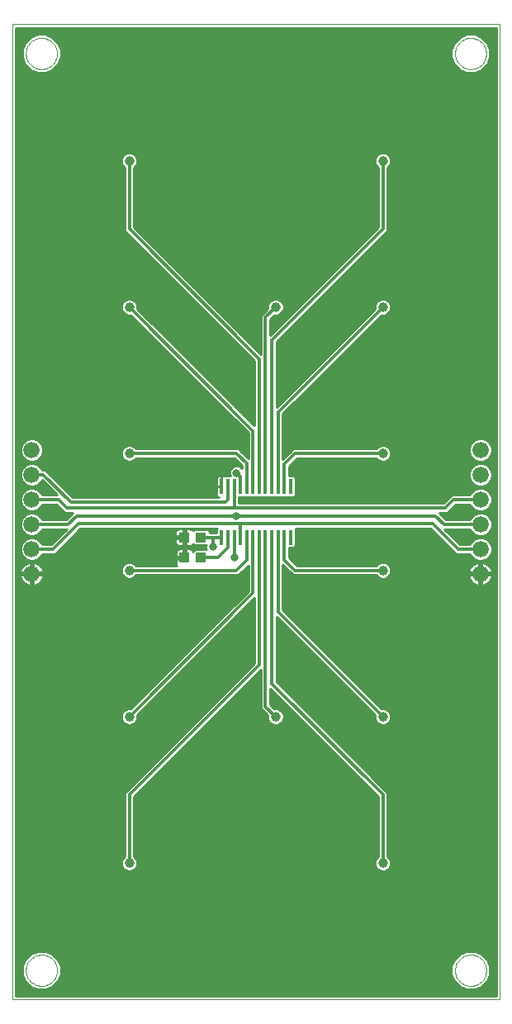
<source format=gbl>
G75*
G70*
%OFA0B0*%
%FSLAX24Y24*%
%IPPOS*%
%LPD*%
%AMOC8*
5,1,8,0,0,1.08239X$1,22.5*
%
%ADD10C,0.0000*%
%ADD11C,0.0660*%
%ADD12R,0.0433X0.0394*%
%ADD13R,0.0157X0.0591*%
%ADD14R,0.0394X0.0433*%
%ADD15C,0.0100*%
%ADD16C,0.0120*%
%ADD17C,0.0317*%
%ADD18C,0.0396*%
D10*
X000554Y000554D02*
X000554Y039924D01*
X020239Y039924D01*
X020239Y000554D01*
X000554Y000554D01*
X001105Y001735D02*
X001107Y001785D01*
X001113Y001835D01*
X001123Y001884D01*
X001137Y001932D01*
X001154Y001979D01*
X001175Y002024D01*
X001200Y002068D01*
X001228Y002109D01*
X001260Y002148D01*
X001294Y002185D01*
X001331Y002219D01*
X001371Y002249D01*
X001413Y002276D01*
X001457Y002300D01*
X001503Y002321D01*
X001550Y002337D01*
X001598Y002350D01*
X001648Y002359D01*
X001697Y002364D01*
X001748Y002365D01*
X001798Y002362D01*
X001847Y002355D01*
X001896Y002344D01*
X001944Y002329D01*
X001990Y002311D01*
X002035Y002289D01*
X002078Y002263D01*
X002119Y002234D01*
X002158Y002202D01*
X002194Y002167D01*
X002226Y002129D01*
X002256Y002089D01*
X002283Y002046D01*
X002306Y002002D01*
X002325Y001956D01*
X002341Y001908D01*
X002353Y001859D01*
X002361Y001810D01*
X002365Y001760D01*
X002365Y001710D01*
X002361Y001660D01*
X002353Y001611D01*
X002341Y001562D01*
X002325Y001514D01*
X002306Y001468D01*
X002283Y001424D01*
X002256Y001381D01*
X002226Y001341D01*
X002194Y001303D01*
X002158Y001268D01*
X002119Y001236D01*
X002078Y001207D01*
X002035Y001181D01*
X001990Y001159D01*
X001944Y001141D01*
X001896Y001126D01*
X001847Y001115D01*
X001798Y001108D01*
X001748Y001105D01*
X001697Y001106D01*
X001648Y001111D01*
X001598Y001120D01*
X001550Y001133D01*
X001503Y001149D01*
X001457Y001170D01*
X001413Y001194D01*
X001371Y001221D01*
X001331Y001251D01*
X001294Y001285D01*
X001260Y001322D01*
X001228Y001361D01*
X001200Y001402D01*
X001175Y001446D01*
X001154Y001491D01*
X001137Y001538D01*
X001123Y001586D01*
X001113Y001635D01*
X001107Y001685D01*
X001105Y001735D01*
X018428Y001735D02*
X018430Y001785D01*
X018436Y001835D01*
X018446Y001884D01*
X018460Y001932D01*
X018477Y001979D01*
X018498Y002024D01*
X018523Y002068D01*
X018551Y002109D01*
X018583Y002148D01*
X018617Y002185D01*
X018654Y002219D01*
X018694Y002249D01*
X018736Y002276D01*
X018780Y002300D01*
X018826Y002321D01*
X018873Y002337D01*
X018921Y002350D01*
X018971Y002359D01*
X019020Y002364D01*
X019071Y002365D01*
X019121Y002362D01*
X019170Y002355D01*
X019219Y002344D01*
X019267Y002329D01*
X019313Y002311D01*
X019358Y002289D01*
X019401Y002263D01*
X019442Y002234D01*
X019481Y002202D01*
X019517Y002167D01*
X019549Y002129D01*
X019579Y002089D01*
X019606Y002046D01*
X019629Y002002D01*
X019648Y001956D01*
X019664Y001908D01*
X019676Y001859D01*
X019684Y001810D01*
X019688Y001760D01*
X019688Y001710D01*
X019684Y001660D01*
X019676Y001611D01*
X019664Y001562D01*
X019648Y001514D01*
X019629Y001468D01*
X019606Y001424D01*
X019579Y001381D01*
X019549Y001341D01*
X019517Y001303D01*
X019481Y001268D01*
X019442Y001236D01*
X019401Y001207D01*
X019358Y001181D01*
X019313Y001159D01*
X019267Y001141D01*
X019219Y001126D01*
X019170Y001115D01*
X019121Y001108D01*
X019071Y001105D01*
X019020Y001106D01*
X018971Y001111D01*
X018921Y001120D01*
X018873Y001133D01*
X018826Y001149D01*
X018780Y001170D01*
X018736Y001194D01*
X018694Y001221D01*
X018654Y001251D01*
X018617Y001285D01*
X018583Y001322D01*
X018551Y001361D01*
X018523Y001402D01*
X018498Y001446D01*
X018477Y001491D01*
X018460Y001538D01*
X018446Y001586D01*
X018436Y001635D01*
X018430Y001685D01*
X018428Y001735D01*
X018428Y038743D02*
X018430Y038793D01*
X018436Y038843D01*
X018446Y038892D01*
X018460Y038940D01*
X018477Y038987D01*
X018498Y039032D01*
X018523Y039076D01*
X018551Y039117D01*
X018583Y039156D01*
X018617Y039193D01*
X018654Y039227D01*
X018694Y039257D01*
X018736Y039284D01*
X018780Y039308D01*
X018826Y039329D01*
X018873Y039345D01*
X018921Y039358D01*
X018971Y039367D01*
X019020Y039372D01*
X019071Y039373D01*
X019121Y039370D01*
X019170Y039363D01*
X019219Y039352D01*
X019267Y039337D01*
X019313Y039319D01*
X019358Y039297D01*
X019401Y039271D01*
X019442Y039242D01*
X019481Y039210D01*
X019517Y039175D01*
X019549Y039137D01*
X019579Y039097D01*
X019606Y039054D01*
X019629Y039010D01*
X019648Y038964D01*
X019664Y038916D01*
X019676Y038867D01*
X019684Y038818D01*
X019688Y038768D01*
X019688Y038718D01*
X019684Y038668D01*
X019676Y038619D01*
X019664Y038570D01*
X019648Y038522D01*
X019629Y038476D01*
X019606Y038432D01*
X019579Y038389D01*
X019549Y038349D01*
X019517Y038311D01*
X019481Y038276D01*
X019442Y038244D01*
X019401Y038215D01*
X019358Y038189D01*
X019313Y038167D01*
X019267Y038149D01*
X019219Y038134D01*
X019170Y038123D01*
X019121Y038116D01*
X019071Y038113D01*
X019020Y038114D01*
X018971Y038119D01*
X018921Y038128D01*
X018873Y038141D01*
X018826Y038157D01*
X018780Y038178D01*
X018736Y038202D01*
X018694Y038229D01*
X018654Y038259D01*
X018617Y038293D01*
X018583Y038330D01*
X018551Y038369D01*
X018523Y038410D01*
X018498Y038454D01*
X018477Y038499D01*
X018460Y038546D01*
X018446Y038594D01*
X018436Y038643D01*
X018430Y038693D01*
X018428Y038743D01*
X001105Y038743D02*
X001107Y038793D01*
X001113Y038843D01*
X001123Y038892D01*
X001137Y038940D01*
X001154Y038987D01*
X001175Y039032D01*
X001200Y039076D01*
X001228Y039117D01*
X001260Y039156D01*
X001294Y039193D01*
X001331Y039227D01*
X001371Y039257D01*
X001413Y039284D01*
X001457Y039308D01*
X001503Y039329D01*
X001550Y039345D01*
X001598Y039358D01*
X001648Y039367D01*
X001697Y039372D01*
X001748Y039373D01*
X001798Y039370D01*
X001847Y039363D01*
X001896Y039352D01*
X001944Y039337D01*
X001990Y039319D01*
X002035Y039297D01*
X002078Y039271D01*
X002119Y039242D01*
X002158Y039210D01*
X002194Y039175D01*
X002226Y039137D01*
X002256Y039097D01*
X002283Y039054D01*
X002306Y039010D01*
X002325Y038964D01*
X002341Y038916D01*
X002353Y038867D01*
X002361Y038818D01*
X002365Y038768D01*
X002365Y038718D01*
X002361Y038668D01*
X002353Y038619D01*
X002341Y038570D01*
X002325Y038522D01*
X002306Y038476D01*
X002283Y038432D01*
X002256Y038389D01*
X002226Y038349D01*
X002194Y038311D01*
X002158Y038276D01*
X002119Y038244D01*
X002078Y038215D01*
X002035Y038189D01*
X001990Y038167D01*
X001944Y038149D01*
X001896Y038134D01*
X001847Y038123D01*
X001798Y038116D01*
X001748Y038113D01*
X001697Y038114D01*
X001648Y038119D01*
X001598Y038128D01*
X001550Y038141D01*
X001503Y038157D01*
X001457Y038178D01*
X001413Y038202D01*
X001371Y038229D01*
X001331Y038259D01*
X001294Y038293D01*
X001260Y038330D01*
X001228Y038369D01*
X001200Y038410D01*
X001175Y038454D01*
X001154Y038499D01*
X001137Y038546D01*
X001123Y038594D01*
X001113Y038643D01*
X001107Y038693D01*
X001105Y038743D01*
D11*
X001342Y022739D03*
X001342Y021739D03*
X001342Y020739D03*
X001342Y019739D03*
X001342Y018739D03*
X001342Y017739D03*
X019452Y017739D03*
X019452Y018739D03*
X019452Y019739D03*
X019452Y020739D03*
X019452Y021739D03*
X019452Y022739D03*
D12*
X008172Y019216D03*
X007503Y019216D03*
D13*
X009011Y019216D03*
X009263Y019216D03*
X009515Y019216D03*
X009767Y019216D03*
X010019Y019216D03*
X010271Y019216D03*
X010523Y019216D03*
X010775Y019216D03*
X011027Y019216D03*
X011279Y019216D03*
X011531Y019216D03*
X011783Y019216D03*
X011783Y021263D03*
X011531Y021263D03*
X011279Y021263D03*
X011027Y021263D03*
X010775Y021263D03*
X010523Y021263D03*
X010271Y021263D03*
X010019Y021263D03*
X009767Y021263D03*
X009515Y021263D03*
X009263Y021263D03*
X009011Y021263D03*
D14*
X008172Y018389D03*
X007503Y018389D03*
D15*
X007454Y018391D02*
X001644Y018391D01*
X001602Y018349D02*
X001732Y018479D01*
X001761Y018549D01*
X002125Y018549D01*
X002283Y018549D01*
X003310Y019577D01*
X008814Y019577D01*
X008802Y019565D01*
X008802Y019406D01*
X008743Y019406D01*
X008586Y019406D01*
X008519Y019406D01*
X008519Y019466D01*
X008443Y019543D01*
X007902Y019543D01*
X007849Y019489D01*
X007840Y019505D01*
X007812Y019533D01*
X007778Y019552D01*
X007739Y019563D01*
X007552Y019563D01*
X007552Y019264D01*
X007455Y019264D01*
X007455Y019563D01*
X007267Y019563D01*
X007229Y019552D01*
X007194Y019533D01*
X007167Y019505D01*
X007147Y019470D01*
X007137Y019432D01*
X007137Y019264D01*
X007454Y019264D01*
X007454Y019167D01*
X007137Y019167D01*
X007137Y018999D01*
X007147Y018961D01*
X007167Y018927D01*
X007194Y018899D01*
X007229Y018879D01*
X007267Y018869D01*
X007455Y018869D01*
X007455Y019167D01*
X007552Y019167D01*
X007552Y018869D01*
X007739Y018869D01*
X007778Y018879D01*
X007812Y018899D01*
X007840Y018927D01*
X007849Y018942D01*
X007902Y018889D01*
X008380Y018889D01*
X008376Y018879D01*
X008376Y018765D01*
X008388Y018735D01*
X007922Y018735D01*
X007846Y018659D01*
X007846Y018641D01*
X007840Y018663D01*
X007820Y018698D01*
X007792Y018726D01*
X007758Y018745D01*
X007720Y018755D01*
X007552Y018755D01*
X007552Y018438D01*
X007455Y018438D01*
X007455Y018755D01*
X007287Y018755D01*
X007248Y018745D01*
X007214Y018726D01*
X007186Y018698D01*
X007167Y018663D01*
X007156Y018625D01*
X007156Y018437D01*
X007454Y018437D01*
X007454Y018340D01*
X007156Y018340D01*
X007156Y018153D01*
X007167Y018115D01*
X007186Y018080D01*
X007199Y018067D01*
X005553Y018067D01*
X005465Y018155D01*
X005344Y018205D01*
X005213Y018205D01*
X005093Y018155D01*
X005001Y018063D01*
X004951Y017942D01*
X004951Y017812D01*
X005001Y017691D01*
X005093Y017599D01*
X005213Y017549D01*
X005344Y017549D01*
X005465Y017599D01*
X005553Y017687D01*
X009688Y017687D01*
X009799Y017798D01*
X010081Y018080D01*
X010081Y017042D01*
X005338Y012300D01*
X005213Y012300D01*
X005093Y012250D01*
X005001Y012157D01*
X004951Y012037D01*
X004951Y011906D01*
X005001Y011786D01*
X005093Y011694D01*
X005213Y011644D01*
X005344Y011644D01*
X005465Y011694D01*
X005557Y011786D01*
X005607Y011906D01*
X005607Y012031D01*
X010333Y016757D01*
X010333Y014145D01*
X005200Y009012D01*
X005089Y008901D01*
X005089Y006340D01*
X005001Y006252D01*
X004951Y006131D01*
X004951Y006001D01*
X005001Y005880D01*
X005093Y005788D01*
X005213Y005738D01*
X005344Y005738D01*
X005465Y005788D01*
X005557Y005880D01*
X005607Y006001D01*
X005607Y006131D01*
X005557Y006252D01*
X005469Y006340D01*
X005469Y008743D01*
X010585Y013859D01*
X010585Y012460D01*
X010585Y012302D01*
X010856Y012031D01*
X010856Y011906D01*
X010906Y011786D01*
X010998Y011694D01*
X011119Y011644D01*
X011250Y011644D01*
X011370Y011694D01*
X011462Y011786D01*
X011512Y011906D01*
X011512Y012037D01*
X011462Y012157D01*
X011370Y012250D01*
X011250Y012300D01*
X011125Y012300D01*
X010965Y012460D01*
X010965Y013104D01*
X015325Y008743D01*
X015325Y006340D01*
X015237Y006252D01*
X015187Y006131D01*
X015187Y006001D01*
X015237Y005880D01*
X015329Y005788D01*
X015450Y005738D01*
X015580Y005738D01*
X015701Y005788D01*
X015793Y005880D01*
X015843Y006001D01*
X015843Y006131D01*
X015793Y006252D01*
X015705Y006340D01*
X015705Y008901D01*
X015594Y009012D01*
X011217Y013389D01*
X011217Y016001D01*
X015187Y012031D01*
X015187Y011906D01*
X015237Y011786D01*
X015329Y011694D01*
X015450Y011644D01*
X015580Y011644D01*
X015701Y011694D01*
X015793Y011786D01*
X015843Y011906D01*
X015843Y012037D01*
X015793Y012157D01*
X015701Y012250D01*
X015580Y012300D01*
X015456Y012300D01*
X011469Y016287D01*
X011469Y018111D01*
X011782Y017798D01*
X011893Y017687D01*
X015241Y017687D01*
X015329Y017599D01*
X015450Y017549D01*
X015580Y017549D01*
X015701Y017599D01*
X015793Y017691D01*
X015843Y017812D01*
X015843Y017942D01*
X015793Y018063D01*
X015701Y018155D01*
X015580Y018205D01*
X015450Y018205D01*
X015329Y018155D01*
X015241Y018067D01*
X012050Y018067D01*
X011721Y018397D01*
X011721Y018790D01*
X011915Y018790D01*
X011991Y018867D01*
X011991Y019565D01*
X011979Y019577D01*
X017444Y019577D01*
X018472Y018549D01*
X018629Y018549D01*
X019033Y018549D01*
X019062Y018479D01*
X019191Y018349D01*
X019360Y018279D01*
X019543Y018279D01*
X019713Y018349D01*
X019842Y018479D01*
X019912Y018648D01*
X019912Y018831D01*
X019842Y019000D01*
X019713Y019129D01*
X019543Y019199D01*
X019360Y019199D01*
X019191Y019129D01*
X019062Y019000D01*
X019033Y018929D01*
X018629Y018929D01*
X018009Y019549D01*
X018062Y019549D01*
X019033Y019549D01*
X019062Y019479D01*
X019191Y019349D01*
X019360Y019279D01*
X019543Y019279D01*
X019713Y019349D01*
X019842Y019479D01*
X019912Y019648D01*
X019912Y019831D01*
X019842Y020000D01*
X019713Y020129D01*
X019543Y020199D01*
X019360Y020199D01*
X019191Y020129D01*
X019062Y020000D01*
X019033Y019929D01*
X018062Y019929D01*
X017831Y020161D01*
X017785Y020207D01*
X017956Y020207D01*
X018113Y020207D01*
X018456Y020549D01*
X019033Y020549D01*
X019062Y020479D01*
X019191Y020349D01*
X019360Y020279D01*
X019543Y020279D01*
X019713Y020349D01*
X019842Y020479D01*
X019912Y020648D01*
X019912Y020831D01*
X019842Y021000D01*
X019713Y021129D01*
X019543Y021199D01*
X019360Y021199D01*
X019191Y021129D01*
X019062Y021000D01*
X019033Y020929D01*
X018456Y020929D01*
X018298Y020929D01*
X017956Y020587D01*
X009705Y020587D01*
X009705Y020838D01*
X009886Y020838D01*
X010138Y020838D01*
X010390Y020838D01*
X010642Y020838D01*
X010894Y020838D01*
X011146Y020838D01*
X011411Y020838D01*
X011650Y020838D01*
X011915Y020838D01*
X011991Y020914D01*
X011991Y021612D01*
X011915Y021688D01*
X011721Y021688D01*
X011721Y022082D01*
X012050Y022412D01*
X015241Y022412D01*
X015329Y022323D01*
X015450Y022273D01*
X015580Y022273D01*
X015701Y022323D01*
X015793Y022416D01*
X015843Y022536D01*
X015843Y022667D01*
X015793Y022787D01*
X015701Y022880D01*
X015580Y022930D01*
X015450Y022930D01*
X015329Y022880D01*
X015241Y022792D01*
X011893Y022792D01*
X011782Y022680D01*
X011469Y022367D01*
X011469Y024192D01*
X015456Y028179D01*
X015580Y028179D01*
X015701Y028229D01*
X015793Y028321D01*
X015843Y028442D01*
X020089Y028442D01*
X020089Y028344D02*
X015802Y028344D01*
X015843Y028442D02*
X015843Y028572D01*
X015793Y028693D01*
X015701Y028785D01*
X015580Y028835D01*
X015450Y028835D01*
X015329Y028785D01*
X015237Y028693D01*
X015187Y028572D01*
X015187Y028448D01*
X011217Y024478D01*
X011217Y027090D01*
X015594Y031467D01*
X015705Y031578D01*
X015705Y034139D01*
X015793Y034227D01*
X015843Y034347D01*
X015843Y034478D01*
X015793Y034598D01*
X015701Y034691D01*
X015580Y034741D01*
X015450Y034741D01*
X015329Y034691D01*
X015237Y034598D01*
X015187Y034478D01*
X015187Y034347D01*
X015237Y034227D01*
X015325Y034139D01*
X015325Y031735D01*
X010965Y027375D01*
X010965Y028019D01*
X011125Y028179D01*
X011250Y028179D01*
X011370Y028229D01*
X011462Y028321D01*
X011512Y028442D01*
X012032Y028442D01*
X012130Y028541D02*
X011512Y028541D01*
X011512Y028572D02*
X011462Y028693D01*
X011370Y028785D01*
X011250Y028835D01*
X011119Y028835D01*
X010998Y028785D01*
X010906Y028693D01*
X010856Y028572D01*
X010856Y028448D01*
X010585Y028176D01*
X010585Y028019D01*
X010585Y026619D01*
X005469Y031735D01*
X005469Y034139D01*
X005557Y034227D01*
X005607Y034347D01*
X005607Y034478D01*
X005557Y034598D01*
X005465Y034691D01*
X005344Y034741D01*
X005213Y034741D01*
X005093Y034691D01*
X005001Y034598D01*
X004951Y034478D01*
X004951Y034347D01*
X005001Y034227D01*
X005089Y034139D01*
X005089Y031578D01*
X005200Y031467D01*
X010333Y026334D01*
X010333Y023722D01*
X005607Y028448D01*
X005607Y028572D01*
X005557Y028693D01*
X005465Y028785D01*
X005344Y028835D01*
X005213Y028835D01*
X005093Y028785D01*
X005001Y028693D01*
X004951Y028572D01*
X004951Y028442D01*
X000704Y028442D01*
X000704Y028344D02*
X004991Y028344D01*
X005001Y028321D02*
X005093Y028229D01*
X005213Y028179D01*
X005338Y028179D01*
X010081Y023436D01*
X010081Y022399D01*
X009799Y022680D01*
X009688Y022792D01*
X005553Y022792D01*
X005465Y022880D01*
X005344Y022930D01*
X005213Y022930D01*
X005093Y022880D01*
X005001Y022787D01*
X004951Y022667D01*
X004951Y022536D01*
X005001Y022416D01*
X005093Y022323D01*
X005213Y022273D01*
X005344Y022273D01*
X005465Y022323D01*
X005553Y022412D01*
X009531Y022412D01*
X009829Y022113D01*
X009829Y022003D01*
X009773Y022059D01*
X009667Y022103D01*
X009552Y022103D01*
X009446Y022059D01*
X009365Y021978D01*
X009321Y021872D01*
X009321Y021757D01*
X009349Y021688D01*
X009165Y021688D01*
X009148Y021698D01*
X009109Y021708D01*
X009011Y021708D01*
X008913Y021708D01*
X008874Y021698D01*
X008840Y021678D01*
X008812Y021650D01*
X008793Y021616D01*
X008782Y021578D01*
X008782Y021263D01*
X009011Y021263D01*
X009011Y021263D01*
X008782Y021263D01*
X008782Y020948D01*
X008793Y020910D01*
X008812Y020876D01*
X008840Y020848D01*
X008874Y020828D01*
X008893Y020823D01*
X002995Y020823D01*
X001889Y021929D01*
X001761Y021929D01*
X001732Y022000D01*
X001602Y022129D01*
X001433Y022199D01*
X001250Y022199D01*
X001081Y022129D01*
X000952Y022000D01*
X000882Y021831D01*
X000882Y021648D01*
X000952Y021479D01*
X001081Y021349D01*
X001250Y021279D01*
X001433Y021279D01*
X001602Y021349D01*
X001732Y021479D01*
X001752Y021529D01*
X002352Y020929D01*
X002338Y020929D01*
X001761Y020929D01*
X001732Y021000D01*
X001602Y021129D01*
X001433Y021199D01*
X001250Y021199D01*
X001081Y021129D01*
X000952Y021000D01*
X000882Y020831D01*
X000882Y020648D01*
X000952Y020479D01*
X001081Y020349D01*
X001250Y020279D01*
X001433Y020279D01*
X001602Y020349D01*
X001732Y020479D01*
X001761Y020549D01*
X002338Y020549D01*
X002569Y020318D01*
X002680Y020207D01*
X003009Y020207D01*
X002963Y020161D01*
X002963Y020161D01*
X002731Y019929D01*
X001761Y019929D01*
X001732Y020000D01*
X001602Y020129D01*
X001433Y020199D01*
X001250Y020199D01*
X001081Y020129D01*
X000952Y020000D01*
X000882Y019831D01*
X000882Y019648D01*
X000952Y019479D01*
X001081Y019349D01*
X001250Y019279D01*
X001433Y019279D01*
X001602Y019349D01*
X001732Y019479D01*
X001761Y019549D01*
X002731Y019549D01*
X002745Y019549D01*
X002125Y018929D01*
X001761Y018929D01*
X001732Y019000D01*
X001602Y019129D01*
X001433Y019199D01*
X001250Y019199D01*
X001081Y019129D01*
X000952Y019000D01*
X000882Y018831D01*
X000882Y018648D01*
X000952Y018479D01*
X001081Y018349D01*
X001250Y018279D01*
X001433Y018279D01*
X001602Y018349D01*
X001464Y018292D02*
X007156Y018292D01*
X007156Y018194D02*
X005372Y018194D01*
X005525Y018095D02*
X007178Y018095D01*
X007156Y018489D02*
X001736Y018489D01*
X001593Y018150D02*
X001526Y018184D01*
X001454Y018208D01*
X001390Y018218D01*
X001390Y017788D01*
X001293Y017788D01*
X001293Y017691D01*
X000863Y017691D01*
X000874Y017627D01*
X000897Y017555D01*
X000931Y017488D01*
X000976Y017427D01*
X001029Y017373D01*
X001090Y017329D01*
X001157Y017295D01*
X001229Y017271D01*
X001293Y017261D01*
X001293Y017691D01*
X001390Y017691D01*
X001390Y017261D01*
X001454Y017271D01*
X001526Y017295D01*
X001593Y017329D01*
X001654Y017373D01*
X001708Y017427D01*
X001752Y017488D01*
X001787Y017555D01*
X001810Y017627D01*
X001820Y017691D01*
X001390Y017691D01*
X001390Y017788D01*
X001820Y017788D01*
X001810Y017852D01*
X001787Y017924D01*
X001752Y017991D01*
X001708Y018052D01*
X001654Y018105D01*
X001593Y018150D01*
X001665Y018095D02*
X005033Y018095D01*
X004973Y017996D02*
X001748Y017996D01*
X001795Y017898D02*
X004951Y017898D01*
X004956Y017799D02*
X001818Y017799D01*
X001802Y017602D02*
X005090Y017602D01*
X004997Y017701D02*
X001390Y017701D01*
X001293Y017701D02*
X000704Y017701D01*
X000704Y017799D02*
X000865Y017799D01*
X000863Y017788D02*
X001293Y017788D01*
X001293Y018218D01*
X001229Y018208D01*
X001157Y018184D01*
X001090Y018150D01*
X001029Y018105D01*
X000976Y018052D01*
X000931Y017991D01*
X000897Y017924D01*
X000874Y017852D01*
X000863Y017788D01*
X000889Y017898D02*
X000704Y017898D01*
X000704Y017996D02*
X000935Y017996D01*
X001019Y018095D02*
X000704Y018095D01*
X000704Y018194D02*
X001186Y018194D01*
X001219Y018292D02*
X000704Y018292D01*
X000704Y018391D02*
X001040Y018391D01*
X000947Y018489D02*
X000704Y018489D01*
X000704Y018588D02*
X000907Y018588D01*
X000882Y018686D02*
X000704Y018686D01*
X000704Y018785D02*
X000882Y018785D01*
X000904Y018883D02*
X000704Y018883D01*
X000704Y018982D02*
X000944Y018982D01*
X001032Y019080D02*
X000704Y019080D01*
X000704Y019179D02*
X001201Y019179D01*
X001054Y019376D02*
X000704Y019376D01*
X000704Y019278D02*
X002473Y019278D01*
X002375Y019179D02*
X001482Y019179D01*
X001651Y019080D02*
X002276Y019080D01*
X002178Y018982D02*
X001739Y018982D01*
X001629Y019376D02*
X002572Y019376D01*
X002671Y019475D02*
X001728Y019475D01*
X001745Y019967D02*
X002770Y019967D01*
X002868Y020066D02*
X001666Y020066D01*
X001517Y020164D02*
X002967Y020164D01*
X003306Y019573D02*
X008811Y019573D01*
X008802Y019475D02*
X008511Y019475D01*
X008377Y018883D02*
X007785Y018883D01*
X007827Y018686D02*
X007873Y018686D01*
X007552Y018686D02*
X007455Y018686D01*
X007455Y018588D02*
X007552Y018588D01*
X007552Y018489D02*
X007455Y018489D01*
X007156Y018588D02*
X002321Y018588D01*
X002420Y018686D02*
X007180Y018686D01*
X007221Y018883D02*
X002617Y018883D01*
X002518Y018785D02*
X008376Y018785D01*
X007552Y018883D02*
X007455Y018883D01*
X007455Y018982D02*
X007552Y018982D01*
X007552Y019080D02*
X007455Y019080D01*
X007454Y019179D02*
X002912Y019179D01*
X002814Y019080D02*
X007137Y019080D01*
X007141Y018982D02*
X002715Y018982D01*
X003011Y019278D02*
X007137Y019278D01*
X007137Y019376D02*
X003109Y019376D01*
X003208Y019475D02*
X007149Y019475D01*
X007455Y019475D02*
X007552Y019475D01*
X007552Y019376D02*
X007455Y019376D01*
X007455Y019278D02*
X007552Y019278D01*
X008834Y020854D02*
X002964Y020854D01*
X002865Y020953D02*
X008782Y020953D01*
X008782Y021051D02*
X002767Y021051D01*
X002668Y021150D02*
X008782Y021150D01*
X008782Y021248D02*
X002570Y021248D01*
X002471Y021347D02*
X008782Y021347D01*
X008782Y021446D02*
X002373Y021446D01*
X002274Y021544D02*
X008782Y021544D01*
X008808Y021643D02*
X002176Y021643D01*
X002077Y021741D02*
X009327Y021741D01*
X009321Y021840D02*
X001979Y021840D01*
X001757Y021938D02*
X009348Y021938D01*
X009424Y022037D02*
X001695Y022037D01*
X001588Y022135D02*
X009807Y022135D01*
X009795Y022037D02*
X009829Y022037D01*
X009708Y022234D02*
X000704Y022234D01*
X000704Y022332D02*
X001122Y022332D01*
X001081Y022349D02*
X001250Y022279D01*
X001433Y022279D01*
X001602Y022349D01*
X001732Y022479D01*
X001802Y022648D01*
X001802Y022831D01*
X001732Y023000D01*
X001602Y023129D01*
X001433Y023199D01*
X001250Y023199D01*
X001081Y023129D01*
X000952Y023000D01*
X000882Y022831D01*
X000882Y022648D01*
X000952Y022479D01*
X001081Y022349D01*
X001000Y022431D02*
X000704Y022431D01*
X000704Y022529D02*
X000931Y022529D01*
X000890Y022628D02*
X000704Y022628D01*
X000704Y022727D02*
X000882Y022727D01*
X000882Y022825D02*
X000704Y022825D01*
X000704Y022924D02*
X000920Y022924D01*
X000974Y023022D02*
X000704Y023022D01*
X000704Y023121D02*
X001073Y023121D01*
X000704Y023219D02*
X010081Y023219D01*
X010081Y023121D02*
X001611Y023121D01*
X001709Y023022D02*
X010081Y023022D01*
X010081Y022924D02*
X005358Y022924D01*
X005199Y022924D02*
X001763Y022924D01*
X001802Y022825D02*
X005038Y022825D01*
X004975Y022727D02*
X001802Y022727D01*
X001793Y022628D02*
X004951Y022628D01*
X004953Y022529D02*
X001753Y022529D01*
X001684Y022431D02*
X004994Y022431D01*
X005084Y022332D02*
X001561Y022332D01*
X001096Y022135D02*
X000704Y022135D01*
X000704Y022037D02*
X000989Y022037D01*
X000926Y021938D02*
X000704Y021938D01*
X000704Y021840D02*
X000885Y021840D01*
X000882Y021741D02*
X000704Y021741D01*
X000704Y021643D02*
X000884Y021643D01*
X000925Y021544D02*
X000704Y021544D01*
X000704Y021446D02*
X000985Y021446D01*
X001087Y021347D02*
X000704Y021347D01*
X000704Y021248D02*
X002032Y021248D01*
X001934Y021347D02*
X001596Y021347D01*
X001698Y021446D02*
X001835Y021446D01*
X001553Y021150D02*
X002131Y021150D01*
X002230Y021051D02*
X001680Y021051D01*
X001751Y020953D02*
X002328Y020953D01*
X002427Y020460D02*
X001713Y020460D01*
X001614Y020362D02*
X002526Y020362D01*
X002624Y020263D02*
X000704Y020263D01*
X000704Y020362D02*
X001069Y020362D01*
X000970Y020460D02*
X000704Y020460D01*
X000704Y020559D02*
X000919Y020559D01*
X000882Y020657D02*
X000704Y020657D01*
X000704Y020756D02*
X000882Y020756D01*
X000891Y020854D02*
X000704Y020854D01*
X000704Y020953D02*
X000932Y020953D01*
X001003Y021051D02*
X000704Y021051D01*
X000704Y021150D02*
X001131Y021150D01*
X001166Y020164D02*
X000704Y020164D01*
X000704Y020066D02*
X001018Y020066D01*
X000938Y019967D02*
X000704Y019967D01*
X000704Y019869D02*
X000897Y019869D01*
X000882Y019770D02*
X000704Y019770D01*
X000704Y019672D02*
X000882Y019672D01*
X000913Y019573D02*
X000704Y019573D01*
X000704Y019475D02*
X000956Y019475D01*
X001293Y018194D02*
X001390Y018194D01*
X001390Y018095D02*
X001293Y018095D01*
X001293Y017996D02*
X001390Y017996D01*
X001390Y017898D02*
X001293Y017898D01*
X001293Y017799D02*
X001390Y017799D01*
X001390Y017602D02*
X001293Y017602D01*
X001293Y017504D02*
X001390Y017504D01*
X001390Y017405D02*
X001293Y017405D01*
X001293Y017307D02*
X001390Y017307D01*
X001550Y017307D02*
X010081Y017307D01*
X010081Y017405D02*
X001686Y017405D01*
X001760Y017504D02*
X010081Y017504D01*
X010081Y017602D02*
X005468Y017602D01*
X005185Y018194D02*
X001497Y018194D01*
X001134Y017307D02*
X000704Y017307D01*
X000704Y017405D02*
X000997Y017405D01*
X000923Y017504D02*
X000704Y017504D01*
X000704Y017602D02*
X000882Y017602D01*
X000704Y017208D02*
X010081Y017208D01*
X010081Y017110D02*
X000704Y017110D01*
X000704Y017011D02*
X010049Y017011D01*
X009951Y016913D02*
X000704Y016913D01*
X000704Y016814D02*
X009852Y016814D01*
X009754Y016715D02*
X000704Y016715D01*
X000704Y016617D02*
X009655Y016617D01*
X009557Y016518D02*
X000704Y016518D01*
X000704Y016420D02*
X009458Y016420D01*
X009360Y016321D02*
X000704Y016321D01*
X000704Y016223D02*
X009261Y016223D01*
X009163Y016124D02*
X000704Y016124D01*
X000704Y016026D02*
X009064Y016026D01*
X008965Y015927D02*
X000704Y015927D01*
X000704Y015829D02*
X008867Y015829D01*
X008768Y015730D02*
X000704Y015730D01*
X000704Y015631D02*
X008670Y015631D01*
X008571Y015533D02*
X000704Y015533D01*
X000704Y015434D02*
X008473Y015434D01*
X008374Y015336D02*
X000704Y015336D01*
X000704Y015237D02*
X008276Y015237D01*
X008177Y015139D02*
X000704Y015139D01*
X000704Y015040D02*
X008079Y015040D01*
X007980Y014942D02*
X000704Y014942D01*
X000704Y014843D02*
X007881Y014843D01*
X007783Y014745D02*
X000704Y014745D01*
X000704Y014646D02*
X007684Y014646D01*
X007586Y014547D02*
X000704Y014547D01*
X000704Y014449D02*
X007487Y014449D01*
X007389Y014350D02*
X000704Y014350D01*
X000704Y014252D02*
X007290Y014252D01*
X007192Y014153D02*
X000704Y014153D01*
X000704Y014055D02*
X007093Y014055D01*
X006995Y013956D02*
X000704Y013956D01*
X000704Y013858D02*
X006896Y013858D01*
X006798Y013759D02*
X000704Y013759D01*
X000704Y013661D02*
X006699Y013661D01*
X006600Y013562D02*
X000704Y013562D01*
X000704Y013464D02*
X006502Y013464D01*
X006403Y013365D02*
X000704Y013365D01*
X000704Y013266D02*
X006305Y013266D01*
X006206Y013168D02*
X000704Y013168D01*
X000704Y013069D02*
X006108Y013069D01*
X006009Y012971D02*
X000704Y012971D01*
X000704Y012872D02*
X005911Y012872D01*
X005812Y012774D02*
X000704Y012774D01*
X000704Y012675D02*
X005714Y012675D01*
X005615Y012577D02*
X000704Y012577D01*
X000704Y012478D02*
X005516Y012478D01*
X005418Y012380D02*
X000704Y012380D01*
X000704Y012281D02*
X005168Y012281D01*
X005026Y012182D02*
X000704Y012182D01*
X000704Y012084D02*
X004970Y012084D01*
X004951Y011985D02*
X000704Y011985D01*
X000704Y011887D02*
X004959Y011887D01*
X005000Y011788D02*
X000704Y011788D01*
X000704Y011690D02*
X005102Y011690D01*
X005455Y011690D02*
X007878Y011690D01*
X007976Y011788D02*
X005558Y011788D01*
X005599Y011887D02*
X008075Y011887D01*
X008173Y011985D02*
X005607Y011985D01*
X005660Y012084D02*
X008272Y012084D01*
X008370Y012182D02*
X005758Y012182D01*
X005857Y012281D02*
X008469Y012281D01*
X008568Y012380D02*
X005955Y012380D01*
X006054Y012478D02*
X008666Y012478D01*
X008765Y012577D02*
X006152Y012577D01*
X006251Y012675D02*
X008863Y012675D01*
X008962Y012774D02*
X006349Y012774D01*
X006448Y012872D02*
X009060Y012872D01*
X009159Y012971D02*
X006547Y012971D01*
X006645Y013069D02*
X009257Y013069D01*
X009356Y013168D02*
X006744Y013168D01*
X006842Y013266D02*
X009454Y013266D01*
X009553Y013365D02*
X006941Y013365D01*
X007039Y013464D02*
X009651Y013464D01*
X009750Y013562D02*
X007138Y013562D01*
X007236Y013661D02*
X009849Y013661D01*
X009947Y013759D02*
X007335Y013759D01*
X007433Y013858D02*
X010046Y013858D01*
X010144Y013956D02*
X007532Y013956D01*
X007631Y014055D02*
X010243Y014055D01*
X010333Y014153D02*
X007729Y014153D01*
X007828Y014252D02*
X010333Y014252D01*
X010333Y014350D02*
X007926Y014350D01*
X008025Y014449D02*
X010333Y014449D01*
X010333Y014547D02*
X008123Y014547D01*
X008222Y014646D02*
X010333Y014646D01*
X010333Y014745D02*
X008320Y014745D01*
X008419Y014843D02*
X010333Y014843D01*
X010333Y014942D02*
X008517Y014942D01*
X008616Y015040D02*
X010333Y015040D01*
X010333Y015139D02*
X008714Y015139D01*
X008813Y015237D02*
X010333Y015237D01*
X010333Y015336D02*
X008912Y015336D01*
X009010Y015434D02*
X010333Y015434D01*
X010333Y015533D02*
X009109Y015533D01*
X009207Y015631D02*
X010333Y015631D01*
X010333Y015730D02*
X009306Y015730D01*
X009404Y015829D02*
X010333Y015829D01*
X010333Y015927D02*
X009503Y015927D01*
X009601Y016026D02*
X010333Y016026D01*
X010333Y016124D02*
X009700Y016124D01*
X009798Y016223D02*
X010333Y016223D01*
X010333Y016321D02*
X009897Y016321D01*
X009996Y016420D02*
X010333Y016420D01*
X010333Y016518D02*
X010094Y016518D01*
X010193Y016617D02*
X010333Y016617D01*
X010333Y016715D02*
X010291Y016715D01*
X010081Y017701D02*
X009702Y017701D01*
X009800Y017799D02*
X010081Y017799D01*
X010081Y017898D02*
X009899Y017898D01*
X009997Y017996D02*
X010081Y017996D01*
X011217Y015927D02*
X011291Y015927D01*
X011217Y015829D02*
X011389Y015829D01*
X011488Y015730D02*
X011217Y015730D01*
X011217Y015631D02*
X011586Y015631D01*
X011685Y015533D02*
X011217Y015533D01*
X011217Y015434D02*
X011784Y015434D01*
X011882Y015336D02*
X011217Y015336D01*
X011217Y015237D02*
X011981Y015237D01*
X012079Y015139D02*
X011217Y015139D01*
X011217Y015040D02*
X012178Y015040D01*
X012276Y014942D02*
X011217Y014942D01*
X011217Y014843D02*
X012375Y014843D01*
X012473Y014745D02*
X011217Y014745D01*
X011217Y014646D02*
X012572Y014646D01*
X012670Y014547D02*
X011217Y014547D01*
X011217Y014449D02*
X012769Y014449D01*
X012868Y014350D02*
X011217Y014350D01*
X011217Y014252D02*
X012966Y014252D01*
X013065Y014153D02*
X011217Y014153D01*
X011217Y014055D02*
X013163Y014055D01*
X013262Y013956D02*
X011217Y013956D01*
X011217Y013858D02*
X013360Y013858D01*
X013459Y013759D02*
X011217Y013759D01*
X011217Y013661D02*
X013557Y013661D01*
X013656Y013562D02*
X011217Y013562D01*
X011217Y013464D02*
X013754Y013464D01*
X013853Y013365D02*
X011241Y013365D01*
X011339Y013266D02*
X013951Y013266D01*
X014050Y013168D02*
X011438Y013168D01*
X011536Y013069D02*
X014149Y013069D01*
X014247Y012971D02*
X011635Y012971D01*
X011733Y012872D02*
X014346Y012872D01*
X014444Y012774D02*
X011832Y012774D01*
X011931Y012675D02*
X014543Y012675D01*
X014641Y012577D02*
X012029Y012577D01*
X012128Y012478D02*
X014740Y012478D01*
X014838Y012380D02*
X012226Y012380D01*
X012325Y012281D02*
X014937Y012281D01*
X015035Y012182D02*
X012423Y012182D01*
X012522Y012084D02*
X015134Y012084D01*
X015187Y011985D02*
X012620Y011985D01*
X012719Y011887D02*
X015195Y011887D01*
X015236Y011788D02*
X012817Y011788D01*
X012916Y011690D02*
X015338Y011690D01*
X015692Y011690D02*
X020089Y011690D01*
X020089Y011788D02*
X015794Y011788D01*
X015835Y011887D02*
X020089Y011887D01*
X020089Y011985D02*
X015843Y011985D01*
X015824Y012084D02*
X020089Y012084D01*
X020089Y012182D02*
X015768Y012182D01*
X015625Y012281D02*
X020089Y012281D01*
X020089Y012380D02*
X015376Y012380D01*
X015277Y012478D02*
X020089Y012478D01*
X020089Y012577D02*
X015179Y012577D01*
X015080Y012675D02*
X020089Y012675D01*
X020089Y012774D02*
X014982Y012774D01*
X014883Y012872D02*
X020089Y012872D01*
X020089Y012971D02*
X014784Y012971D01*
X014686Y013069D02*
X020089Y013069D01*
X020089Y013168D02*
X014587Y013168D01*
X014489Y013266D02*
X020089Y013266D01*
X020089Y013365D02*
X014390Y013365D01*
X014292Y013464D02*
X020089Y013464D01*
X020089Y013562D02*
X014193Y013562D01*
X014095Y013661D02*
X020089Y013661D01*
X020089Y013759D02*
X013996Y013759D01*
X013898Y013858D02*
X020089Y013858D01*
X020089Y013956D02*
X013799Y013956D01*
X013701Y014055D02*
X020089Y014055D01*
X020089Y014153D02*
X013602Y014153D01*
X013503Y014252D02*
X020089Y014252D01*
X020089Y014350D02*
X013405Y014350D01*
X013306Y014449D02*
X020089Y014449D01*
X020089Y014547D02*
X013208Y014547D01*
X013109Y014646D02*
X020089Y014646D01*
X020089Y014745D02*
X013011Y014745D01*
X012912Y014843D02*
X020089Y014843D01*
X020089Y014942D02*
X012814Y014942D01*
X012715Y015040D02*
X020089Y015040D01*
X020089Y015139D02*
X012617Y015139D01*
X012518Y015237D02*
X020089Y015237D01*
X020089Y015336D02*
X012419Y015336D01*
X012321Y015434D02*
X020089Y015434D01*
X020089Y015533D02*
X012222Y015533D01*
X012124Y015631D02*
X020089Y015631D01*
X020089Y015730D02*
X012025Y015730D01*
X011927Y015829D02*
X020089Y015829D01*
X020089Y015927D02*
X011828Y015927D01*
X011730Y016026D02*
X020089Y016026D01*
X020089Y016124D02*
X011631Y016124D01*
X011533Y016223D02*
X020089Y016223D01*
X020089Y016321D02*
X011469Y016321D01*
X011469Y016420D02*
X020089Y016420D01*
X020089Y016518D02*
X011469Y016518D01*
X011469Y016617D02*
X020089Y016617D01*
X020089Y016715D02*
X011469Y016715D01*
X011469Y016814D02*
X020089Y016814D01*
X020089Y016913D02*
X011469Y016913D01*
X011469Y017011D02*
X020089Y017011D01*
X020089Y017110D02*
X011469Y017110D01*
X011469Y017208D02*
X020089Y017208D01*
X020089Y017307D02*
X019660Y017307D01*
X019636Y017295D02*
X019704Y017329D01*
X019765Y017373D01*
X019818Y017427D01*
X019862Y017488D01*
X019897Y017555D01*
X019920Y017627D01*
X019930Y017691D01*
X019501Y017691D01*
X019501Y017788D01*
X019930Y017788D01*
X019920Y017852D01*
X019897Y017924D01*
X019862Y017991D01*
X019818Y018052D01*
X019765Y018105D01*
X019704Y018150D01*
X019636Y018184D01*
X019564Y018208D01*
X019500Y018218D01*
X019500Y017788D01*
X019403Y017788D01*
X019403Y017691D01*
X018974Y017691D01*
X018984Y017627D01*
X019007Y017555D01*
X019041Y017488D01*
X019086Y017427D01*
X019139Y017373D01*
X019200Y017329D01*
X019268Y017295D01*
X019340Y017271D01*
X019403Y017261D01*
X019403Y017691D01*
X019500Y017691D01*
X019500Y017261D01*
X019564Y017271D01*
X019636Y017295D01*
X019500Y017307D02*
X019403Y017307D01*
X019403Y017405D02*
X019500Y017405D01*
X019500Y017504D02*
X019403Y017504D01*
X019403Y017602D02*
X019500Y017602D01*
X019501Y017701D02*
X020089Y017701D01*
X020089Y017799D02*
X019928Y017799D01*
X019905Y017898D02*
X020089Y017898D01*
X020089Y017996D02*
X019858Y017996D01*
X019775Y018095D02*
X020089Y018095D01*
X020089Y018194D02*
X019607Y018194D01*
X019574Y018292D02*
X020089Y018292D01*
X020089Y018391D02*
X019754Y018391D01*
X019846Y018489D02*
X020089Y018489D01*
X020089Y018588D02*
X019887Y018588D01*
X019912Y018686D02*
X020089Y018686D01*
X020089Y018785D02*
X019912Y018785D01*
X019890Y018883D02*
X020089Y018883D01*
X020089Y018982D02*
X019849Y018982D01*
X019761Y019080D02*
X020089Y019080D01*
X020089Y019179D02*
X019593Y019179D01*
X019739Y019376D02*
X020089Y019376D01*
X020089Y019278D02*
X018281Y019278D01*
X018182Y019376D02*
X019165Y019376D01*
X019066Y019475D02*
X018084Y019475D01*
X017842Y019179D02*
X011991Y019179D01*
X011991Y019278D02*
X017743Y019278D01*
X017645Y019376D02*
X011991Y019376D01*
X011991Y019475D02*
X017546Y019475D01*
X017448Y019573D02*
X011983Y019573D01*
X011991Y019080D02*
X017941Y019080D01*
X018039Y018982D02*
X011991Y018982D01*
X011991Y018883D02*
X018138Y018883D01*
X018236Y018785D02*
X011721Y018785D01*
X011721Y018686D02*
X018335Y018686D01*
X018433Y018588D02*
X011721Y018588D01*
X011721Y018489D02*
X019058Y018489D01*
X019150Y018391D02*
X011727Y018391D01*
X011825Y018292D02*
X019330Y018292D01*
X019340Y018208D02*
X019268Y018184D01*
X019200Y018150D01*
X019139Y018105D01*
X019086Y018052D01*
X019041Y017991D01*
X019007Y017924D01*
X018984Y017852D01*
X018974Y017788D01*
X019403Y017788D01*
X019403Y018218D01*
X019340Y018208D01*
X019297Y018194D02*
X015608Y018194D01*
X015761Y018095D02*
X019129Y018095D01*
X019046Y017996D02*
X015821Y017996D01*
X015843Y017898D02*
X018999Y017898D01*
X018976Y017799D02*
X015838Y017799D01*
X015797Y017701D02*
X019403Y017701D01*
X019403Y017799D02*
X019500Y017799D01*
X019500Y017898D02*
X019403Y017898D01*
X019403Y017996D02*
X019500Y017996D01*
X019500Y018095D02*
X019403Y018095D01*
X019403Y018194D02*
X019500Y018194D01*
X019912Y017602D02*
X020089Y017602D01*
X020089Y017504D02*
X019871Y017504D01*
X019797Y017405D02*
X020089Y017405D01*
X019244Y017307D02*
X011469Y017307D01*
X011469Y017405D02*
X019107Y017405D01*
X019033Y017504D02*
X011469Y017504D01*
X011469Y017602D02*
X015326Y017602D01*
X015269Y018095D02*
X012022Y018095D01*
X011924Y018194D02*
X015422Y018194D01*
X015704Y017602D02*
X018992Y017602D01*
X019055Y018982D02*
X018576Y018982D01*
X018478Y019080D02*
X019143Y019080D01*
X019311Y019179D02*
X018379Y019179D01*
X018024Y019967D02*
X019049Y019967D01*
X019128Y020066D02*
X017926Y020066D01*
X017827Y020164D02*
X019276Y020164D01*
X019179Y020362D02*
X018268Y020362D01*
X018367Y020460D02*
X019081Y020460D01*
X019043Y020953D02*
X011991Y020953D01*
X011991Y021051D02*
X019113Y021051D01*
X019241Y021150D02*
X011991Y021150D01*
X011991Y021248D02*
X020089Y021248D01*
X020089Y021150D02*
X019663Y021150D01*
X019790Y021051D02*
X020089Y021051D01*
X020089Y020953D02*
X019861Y020953D01*
X019902Y020854D02*
X020089Y020854D01*
X020089Y020756D02*
X019912Y020756D01*
X019912Y020657D02*
X020089Y020657D01*
X020089Y020559D02*
X019875Y020559D01*
X019823Y020460D02*
X020089Y020460D01*
X020089Y020362D02*
X019725Y020362D01*
X019628Y020164D02*
X020089Y020164D01*
X020089Y020066D02*
X019776Y020066D01*
X019855Y019967D02*
X020089Y019967D01*
X020089Y019869D02*
X019896Y019869D01*
X019912Y019770D02*
X020089Y019770D01*
X020089Y019672D02*
X019912Y019672D01*
X019881Y019573D02*
X020089Y019573D01*
X020089Y019475D02*
X019838Y019475D01*
X020089Y020263D02*
X018169Y020263D01*
X018026Y020657D02*
X009705Y020657D01*
X009705Y020756D02*
X018125Y020756D01*
X018223Y020854D02*
X011932Y020854D01*
X011991Y021347D02*
X019197Y021347D01*
X019191Y021349D02*
X019360Y021279D01*
X019543Y021279D01*
X019713Y021349D01*
X019842Y021479D01*
X019912Y021648D01*
X019912Y021831D01*
X019842Y022000D01*
X019713Y022129D01*
X019543Y022199D01*
X019360Y022199D01*
X019191Y022129D01*
X019062Y022000D01*
X018992Y021831D01*
X018992Y021648D01*
X019062Y021479D01*
X019191Y021349D01*
X019095Y021446D02*
X011991Y021446D01*
X011991Y021544D02*
X019035Y021544D01*
X018994Y021643D02*
X011961Y021643D01*
X011721Y021741D02*
X018992Y021741D01*
X018996Y021840D02*
X011721Y021840D01*
X011721Y021938D02*
X019036Y021938D01*
X019099Y022037D02*
X011721Y022037D01*
X011774Y022135D02*
X019206Y022135D01*
X019232Y022332D02*
X015710Y022332D01*
X015799Y022431D02*
X019110Y022431D01*
X019062Y022479D02*
X019191Y022349D01*
X019360Y022279D01*
X019543Y022279D01*
X019713Y022349D01*
X019842Y022479D01*
X019912Y022648D01*
X019912Y022831D01*
X019842Y023000D01*
X019713Y023129D01*
X019543Y023199D01*
X019360Y023199D01*
X019191Y023129D01*
X019062Y023000D01*
X018992Y022831D01*
X018992Y022648D01*
X019062Y022479D01*
X019041Y022529D02*
X015840Y022529D01*
X015843Y022628D02*
X019000Y022628D01*
X018992Y022727D02*
X015818Y022727D01*
X015755Y022825D02*
X018992Y022825D01*
X019030Y022924D02*
X015595Y022924D01*
X015435Y022924D02*
X011469Y022924D01*
X011469Y023022D02*
X019084Y023022D01*
X019183Y023121D02*
X011469Y023121D01*
X011469Y023219D02*
X020089Y023219D01*
X020089Y023121D02*
X019721Y023121D01*
X019820Y023022D02*
X020089Y023022D01*
X020089Y022924D02*
X019874Y022924D01*
X019912Y022825D02*
X020089Y022825D01*
X020089Y022727D02*
X019912Y022727D01*
X019904Y022628D02*
X020089Y022628D01*
X020089Y022529D02*
X019863Y022529D01*
X019794Y022431D02*
X020089Y022431D01*
X020089Y022332D02*
X019671Y022332D01*
X019698Y022135D02*
X020089Y022135D01*
X020089Y022037D02*
X019805Y022037D01*
X019867Y021938D02*
X020089Y021938D01*
X020089Y021840D02*
X019908Y021840D01*
X019912Y021741D02*
X020089Y021741D01*
X020089Y021643D02*
X019910Y021643D01*
X019869Y021544D02*
X020089Y021544D01*
X020089Y021446D02*
X019809Y021446D01*
X019707Y021347D02*
X020089Y021347D01*
X020089Y022234D02*
X011873Y022234D01*
X011971Y022332D02*
X015320Y022332D01*
X015275Y022825D02*
X011469Y022825D01*
X011469Y022727D02*
X011828Y022727D01*
X011729Y022628D02*
X011469Y022628D01*
X011469Y022529D02*
X011631Y022529D01*
X011532Y022431D02*
X011469Y022431D01*
X011469Y023318D02*
X020089Y023318D01*
X020089Y023416D02*
X011469Y023416D01*
X011469Y023515D02*
X020089Y023515D01*
X020089Y023613D02*
X011469Y023613D01*
X011469Y023712D02*
X020089Y023712D01*
X020089Y023811D02*
X011469Y023811D01*
X011469Y023909D02*
X020089Y023909D01*
X020089Y024008D02*
X011469Y024008D01*
X011469Y024106D02*
X020089Y024106D01*
X020089Y024205D02*
X011481Y024205D01*
X011580Y024303D02*
X020089Y024303D01*
X020089Y024402D02*
X011678Y024402D01*
X011777Y024500D02*
X020089Y024500D01*
X020089Y024599D02*
X011875Y024599D01*
X011974Y024697D02*
X020089Y024697D01*
X020089Y024796D02*
X012073Y024796D01*
X012171Y024895D02*
X020089Y024895D01*
X020089Y024993D02*
X012270Y024993D01*
X012368Y025092D02*
X020089Y025092D01*
X020089Y025190D02*
X012467Y025190D01*
X012565Y025289D02*
X020089Y025289D01*
X020089Y025387D02*
X012664Y025387D01*
X012762Y025486D02*
X020089Y025486D01*
X020089Y025584D02*
X012861Y025584D01*
X012959Y025683D02*
X020089Y025683D01*
X020089Y025781D02*
X013058Y025781D01*
X013157Y025880D02*
X020089Y025880D01*
X020089Y025979D02*
X013255Y025979D01*
X013354Y026077D02*
X020089Y026077D01*
X020089Y026176D02*
X013452Y026176D01*
X013551Y026274D02*
X020089Y026274D01*
X020089Y026373D02*
X013649Y026373D01*
X013748Y026471D02*
X020089Y026471D01*
X020089Y026570D02*
X013846Y026570D01*
X013945Y026668D02*
X020089Y026668D01*
X020089Y026767D02*
X014043Y026767D01*
X014142Y026865D02*
X020089Y026865D01*
X020089Y026964D02*
X014241Y026964D01*
X014339Y027062D02*
X020089Y027062D01*
X020089Y027161D02*
X014438Y027161D01*
X014536Y027260D02*
X020089Y027260D01*
X020089Y027358D02*
X014635Y027358D01*
X014733Y027457D02*
X020089Y027457D01*
X020089Y027555D02*
X014832Y027555D01*
X014930Y027654D02*
X020089Y027654D01*
X020089Y027752D02*
X015029Y027752D01*
X015127Y027851D02*
X020089Y027851D01*
X020089Y027949D02*
X015226Y027949D01*
X015324Y028048D02*
X020089Y028048D01*
X020089Y028146D02*
X015423Y028146D01*
X015717Y028245D02*
X020089Y028245D01*
X020089Y028541D02*
X015843Y028541D01*
X015815Y028639D02*
X020089Y028639D01*
X020089Y028738D02*
X015748Y028738D01*
X015282Y028738D02*
X012865Y028738D01*
X012963Y028836D02*
X020089Y028836D01*
X020089Y028935D02*
X013062Y028935D01*
X013160Y029033D02*
X020089Y029033D01*
X020089Y029132D02*
X013259Y029132D01*
X013357Y029230D02*
X020089Y029230D01*
X020089Y029329D02*
X013456Y029329D01*
X013554Y029428D02*
X020089Y029428D01*
X020089Y029526D02*
X013653Y029526D01*
X013752Y029625D02*
X020089Y029625D01*
X020089Y029723D02*
X013850Y029723D01*
X013949Y029822D02*
X020089Y029822D01*
X020089Y029920D02*
X014047Y029920D01*
X014146Y030019D02*
X020089Y030019D01*
X020089Y030117D02*
X014244Y030117D01*
X014343Y030216D02*
X020089Y030216D01*
X020089Y030314D02*
X014441Y030314D01*
X014540Y030413D02*
X020089Y030413D01*
X020089Y030511D02*
X014638Y030511D01*
X014737Y030610D02*
X020089Y030610D01*
X020089Y030709D02*
X014836Y030709D01*
X014934Y030807D02*
X020089Y030807D01*
X020089Y030906D02*
X015033Y030906D01*
X015131Y031004D02*
X020089Y031004D01*
X020089Y031103D02*
X015230Y031103D01*
X015328Y031201D02*
X020089Y031201D01*
X020089Y031300D02*
X015427Y031300D01*
X015525Y031398D02*
X020089Y031398D01*
X020089Y031497D02*
X015624Y031497D01*
X015594Y031467D02*
X015594Y031467D01*
X015705Y031595D02*
X020089Y031595D01*
X020089Y031694D02*
X015705Y031694D01*
X015705Y031793D02*
X020089Y031793D01*
X020089Y031891D02*
X015705Y031891D01*
X015705Y031990D02*
X020089Y031990D01*
X020089Y032088D02*
X015705Y032088D01*
X015705Y032187D02*
X020089Y032187D01*
X020089Y032285D02*
X015705Y032285D01*
X015705Y032384D02*
X020089Y032384D01*
X020089Y032482D02*
X015705Y032482D01*
X015705Y032581D02*
X020089Y032581D01*
X020089Y032679D02*
X015705Y032679D01*
X015705Y032778D02*
X020089Y032778D01*
X020089Y032877D02*
X015705Y032877D01*
X015705Y032975D02*
X020089Y032975D01*
X020089Y033074D02*
X015705Y033074D01*
X015705Y033172D02*
X020089Y033172D01*
X020089Y033271D02*
X015705Y033271D01*
X015705Y033369D02*
X020089Y033369D01*
X020089Y033468D02*
X015705Y033468D01*
X015705Y033566D02*
X020089Y033566D01*
X020089Y033665D02*
X015705Y033665D01*
X015705Y033763D02*
X020089Y033763D01*
X020089Y033862D02*
X015705Y033862D01*
X015705Y033961D02*
X020089Y033961D01*
X020089Y034059D02*
X015705Y034059D01*
X015724Y034158D02*
X020089Y034158D01*
X020089Y034256D02*
X015805Y034256D01*
X015843Y034355D02*
X020089Y034355D01*
X020089Y034453D02*
X015843Y034453D01*
X015812Y034552D02*
X020089Y034552D01*
X020089Y034650D02*
X015741Y034650D01*
X015289Y034650D02*
X005505Y034650D01*
X005576Y034552D02*
X015217Y034552D01*
X015187Y034453D02*
X005607Y034453D01*
X005607Y034355D02*
X015187Y034355D01*
X015225Y034256D02*
X005569Y034256D01*
X005488Y034158D02*
X015306Y034158D01*
X015325Y034059D02*
X005469Y034059D01*
X005469Y033961D02*
X015325Y033961D01*
X015325Y033862D02*
X005469Y033862D01*
X005469Y033763D02*
X015325Y033763D01*
X015325Y033665D02*
X005469Y033665D01*
X005469Y033566D02*
X015325Y033566D01*
X015325Y033468D02*
X005469Y033468D01*
X005469Y033369D02*
X015325Y033369D01*
X015325Y033271D02*
X005469Y033271D01*
X005469Y033172D02*
X015325Y033172D01*
X015325Y033074D02*
X005469Y033074D01*
X005469Y032975D02*
X015325Y032975D01*
X015325Y032877D02*
X005469Y032877D01*
X005469Y032778D02*
X015325Y032778D01*
X015325Y032679D02*
X005469Y032679D01*
X005469Y032581D02*
X015325Y032581D01*
X015325Y032482D02*
X005469Y032482D01*
X005469Y032384D02*
X015325Y032384D01*
X015325Y032285D02*
X005469Y032285D01*
X005469Y032187D02*
X015325Y032187D01*
X015325Y032088D02*
X005469Y032088D01*
X005469Y031990D02*
X015325Y031990D01*
X015325Y031891D02*
X005469Y031891D01*
X005469Y031793D02*
X015325Y031793D01*
X015284Y031694D02*
X005510Y031694D01*
X005609Y031595D02*
X015185Y031595D01*
X015087Y031497D02*
X005707Y031497D01*
X005806Y031398D02*
X014988Y031398D01*
X014889Y031300D02*
X005904Y031300D01*
X006003Y031201D02*
X014791Y031201D01*
X014692Y031103D02*
X006101Y031103D01*
X006200Y031004D02*
X014594Y031004D01*
X014495Y030906D02*
X006298Y030906D01*
X006397Y030807D02*
X014397Y030807D01*
X014298Y030709D02*
X006496Y030709D01*
X006594Y030610D02*
X014200Y030610D01*
X014101Y030511D02*
X006693Y030511D01*
X006791Y030413D02*
X014003Y030413D01*
X013904Y030314D02*
X006890Y030314D01*
X006988Y030216D02*
X013805Y030216D01*
X013707Y030117D02*
X007087Y030117D01*
X007185Y030019D02*
X013608Y030019D01*
X013510Y029920D02*
X007284Y029920D01*
X007382Y029822D02*
X013411Y029822D01*
X013313Y029723D02*
X007481Y029723D01*
X007579Y029625D02*
X013214Y029625D01*
X013116Y029526D02*
X007678Y029526D01*
X007777Y029428D02*
X013017Y029428D01*
X012919Y029329D02*
X007875Y029329D01*
X007974Y029230D02*
X012820Y029230D01*
X012721Y029132D02*
X008072Y029132D01*
X008171Y029033D02*
X012623Y029033D01*
X012524Y028935D02*
X008269Y028935D01*
X008368Y028836D02*
X012426Y028836D01*
X012327Y028738D02*
X011418Y028738D01*
X011485Y028639D02*
X012229Y028639D01*
X012470Y028344D02*
X015083Y028344D01*
X015181Y028442D02*
X012569Y028442D01*
X012668Y028541D02*
X015187Y028541D01*
X015215Y028639D02*
X012766Y028639D01*
X012372Y028245D02*
X014984Y028245D01*
X014886Y028146D02*
X012273Y028146D01*
X012175Y028048D02*
X014787Y028048D01*
X014689Y027949D02*
X012076Y027949D01*
X011978Y027851D02*
X014590Y027851D01*
X014491Y027752D02*
X011879Y027752D01*
X011781Y027654D02*
X014393Y027654D01*
X014294Y027555D02*
X011682Y027555D01*
X011584Y027457D02*
X014196Y027457D01*
X014097Y027358D02*
X011485Y027358D01*
X011386Y027260D02*
X013999Y027260D01*
X013900Y027161D02*
X011288Y027161D01*
X011217Y027062D02*
X013802Y027062D01*
X013703Y026964D02*
X011217Y026964D01*
X011217Y026865D02*
X013605Y026865D01*
X013506Y026767D02*
X011217Y026767D01*
X011217Y026668D02*
X013408Y026668D01*
X013309Y026570D02*
X011217Y026570D01*
X011217Y026471D02*
X013210Y026471D01*
X013112Y026373D02*
X011217Y026373D01*
X011217Y026274D02*
X013013Y026274D01*
X012915Y026176D02*
X011217Y026176D01*
X011217Y026077D02*
X012816Y026077D01*
X012718Y025979D02*
X011217Y025979D01*
X011217Y025880D02*
X012619Y025880D01*
X012521Y025781D02*
X011217Y025781D01*
X011217Y025683D02*
X012422Y025683D01*
X012324Y025584D02*
X011217Y025584D01*
X011217Y025486D02*
X012225Y025486D01*
X012126Y025387D02*
X011217Y025387D01*
X011217Y025289D02*
X012028Y025289D01*
X011929Y025190D02*
X011217Y025190D01*
X011217Y025092D02*
X011831Y025092D01*
X011732Y024993D02*
X011217Y024993D01*
X011217Y024895D02*
X011634Y024895D01*
X011535Y024796D02*
X011217Y024796D01*
X011217Y024697D02*
X011437Y024697D01*
X011338Y024599D02*
X011217Y024599D01*
X011217Y024500D02*
X011240Y024500D01*
X010333Y024500D02*
X009554Y024500D01*
X009653Y024402D02*
X010333Y024402D01*
X010333Y024303D02*
X009751Y024303D01*
X009850Y024205D02*
X010333Y024205D01*
X010333Y024106D02*
X009948Y024106D01*
X010047Y024008D02*
X010333Y024008D01*
X010333Y023909D02*
X010145Y023909D01*
X010244Y023811D02*
X010333Y023811D01*
X010002Y023515D02*
X000704Y023515D01*
X000704Y023613D02*
X009904Y023613D01*
X009805Y023712D02*
X000704Y023712D01*
X000704Y023811D02*
X009707Y023811D01*
X009608Y023909D02*
X000704Y023909D01*
X000704Y024008D02*
X009509Y024008D01*
X009411Y024106D02*
X000704Y024106D01*
X000704Y024205D02*
X009312Y024205D01*
X009214Y024303D02*
X000704Y024303D01*
X000704Y024402D02*
X009115Y024402D01*
X009017Y024500D02*
X000704Y024500D01*
X000704Y024599D02*
X008918Y024599D01*
X008820Y024697D02*
X000704Y024697D01*
X000704Y024796D02*
X008721Y024796D01*
X008623Y024895D02*
X000704Y024895D01*
X000704Y024993D02*
X008524Y024993D01*
X008425Y025092D02*
X000704Y025092D01*
X000704Y025190D02*
X008327Y025190D01*
X008228Y025289D02*
X000704Y025289D01*
X000704Y025387D02*
X008130Y025387D01*
X008031Y025486D02*
X000704Y025486D01*
X000704Y025584D02*
X007933Y025584D01*
X007834Y025683D02*
X000704Y025683D01*
X000704Y025781D02*
X007736Y025781D01*
X007637Y025880D02*
X000704Y025880D01*
X000704Y025979D02*
X007539Y025979D01*
X007440Y026077D02*
X000704Y026077D01*
X000704Y026176D02*
X007341Y026176D01*
X007243Y026274D02*
X000704Y026274D01*
X000704Y026373D02*
X007144Y026373D01*
X007046Y026471D02*
X000704Y026471D01*
X000704Y026570D02*
X006947Y026570D01*
X006849Y026668D02*
X000704Y026668D01*
X000704Y026767D02*
X006750Y026767D01*
X006652Y026865D02*
X000704Y026865D01*
X000704Y026964D02*
X006553Y026964D01*
X006455Y027062D02*
X000704Y027062D01*
X000704Y027161D02*
X006356Y027161D01*
X006258Y027260D02*
X000704Y027260D01*
X000704Y027358D02*
X006159Y027358D01*
X006060Y027457D02*
X000704Y027457D01*
X000704Y027555D02*
X005962Y027555D01*
X005863Y027654D02*
X000704Y027654D01*
X000704Y027752D02*
X005765Y027752D01*
X005666Y027851D02*
X000704Y027851D01*
X000704Y027949D02*
X005568Y027949D01*
X005469Y028048D02*
X000704Y028048D01*
X000704Y028146D02*
X005371Y028146D01*
X005077Y028245D02*
X000704Y028245D01*
X000704Y028541D02*
X004951Y028541D01*
X004951Y028442D02*
X005001Y028321D01*
X004978Y028639D02*
X000704Y028639D01*
X000704Y028738D02*
X005045Y028738D01*
X005512Y028738D02*
X007929Y028738D01*
X007830Y028836D02*
X000704Y028836D01*
X000704Y028935D02*
X007732Y028935D01*
X007633Y029033D02*
X000704Y029033D01*
X000704Y029132D02*
X007535Y029132D01*
X007436Y029230D02*
X000704Y029230D01*
X000704Y029329D02*
X007338Y029329D01*
X007239Y029428D02*
X000704Y029428D01*
X000704Y029526D02*
X007141Y029526D01*
X007042Y029625D02*
X000704Y029625D01*
X000704Y029723D02*
X006944Y029723D01*
X006845Y029822D02*
X000704Y029822D01*
X000704Y029920D02*
X006746Y029920D01*
X006648Y030019D02*
X000704Y030019D01*
X000704Y030117D02*
X006549Y030117D01*
X006451Y030216D02*
X000704Y030216D01*
X000704Y030314D02*
X006352Y030314D01*
X006254Y030413D02*
X000704Y030413D01*
X000704Y030511D02*
X006155Y030511D01*
X006057Y030610D02*
X000704Y030610D01*
X000704Y030709D02*
X005958Y030709D01*
X005860Y030807D02*
X000704Y030807D01*
X000704Y030906D02*
X005761Y030906D01*
X005662Y031004D02*
X000704Y031004D01*
X000704Y031103D02*
X005564Y031103D01*
X005465Y031201D02*
X000704Y031201D01*
X000704Y031300D02*
X005367Y031300D01*
X005268Y031398D02*
X000704Y031398D01*
X000704Y031497D02*
X005170Y031497D01*
X005089Y031595D02*
X000704Y031595D01*
X000704Y031694D02*
X005089Y031694D01*
X005089Y031793D02*
X000704Y031793D01*
X000704Y031891D02*
X005089Y031891D01*
X005089Y031990D02*
X000704Y031990D01*
X000704Y032088D02*
X005089Y032088D01*
X005089Y032187D02*
X000704Y032187D01*
X000704Y032285D02*
X005089Y032285D01*
X005089Y032384D02*
X000704Y032384D01*
X000704Y032482D02*
X005089Y032482D01*
X005089Y032581D02*
X000704Y032581D01*
X000704Y032679D02*
X005089Y032679D01*
X005089Y032778D02*
X000704Y032778D01*
X000704Y032877D02*
X005089Y032877D01*
X005089Y032975D02*
X000704Y032975D01*
X000704Y033074D02*
X005089Y033074D01*
X005089Y033172D02*
X000704Y033172D01*
X000704Y033271D02*
X005089Y033271D01*
X005089Y033369D02*
X000704Y033369D01*
X000704Y033468D02*
X005089Y033468D01*
X005089Y033566D02*
X000704Y033566D01*
X000704Y033665D02*
X005089Y033665D01*
X005089Y033763D02*
X000704Y033763D01*
X000704Y033862D02*
X005089Y033862D01*
X005089Y033961D02*
X000704Y033961D01*
X000704Y034059D02*
X005089Y034059D01*
X005070Y034158D02*
X000704Y034158D01*
X000704Y034256D02*
X004988Y034256D01*
X004951Y034355D02*
X000704Y034355D01*
X000704Y034453D02*
X004951Y034453D01*
X004981Y034552D02*
X000704Y034552D01*
X000704Y034650D02*
X005052Y034650D01*
X002397Y038301D02*
X002515Y038588D01*
X002515Y038898D01*
X002397Y039185D01*
X002177Y039404D01*
X001891Y039523D01*
X001580Y039523D01*
X001294Y039404D01*
X001074Y039185D01*
X000956Y038898D01*
X000956Y038588D01*
X001074Y038301D01*
X001294Y038082D01*
X001580Y037963D01*
X001891Y037963D01*
X002177Y038082D01*
X002397Y038301D01*
X002391Y038296D02*
X018402Y038296D01*
X018397Y038301D02*
X018616Y038082D01*
X018903Y037963D01*
X019213Y037963D01*
X019500Y038082D01*
X019719Y038301D01*
X019838Y038588D01*
X019838Y038898D01*
X019719Y039185D01*
X019500Y039404D01*
X019213Y039523D01*
X018903Y039523D01*
X018616Y039404D01*
X018397Y039185D01*
X018278Y038898D01*
X018278Y038588D01*
X018397Y038301D01*
X018358Y038395D02*
X002435Y038395D01*
X002476Y038494D02*
X018318Y038494D01*
X018278Y038592D02*
X002515Y038592D01*
X002515Y038691D02*
X018278Y038691D01*
X018278Y038789D02*
X002515Y038789D01*
X002515Y038888D02*
X018278Y038888D01*
X018315Y038986D02*
X002479Y038986D01*
X002438Y039085D02*
X018356Y039085D01*
X018396Y039183D02*
X002397Y039183D01*
X002300Y039282D02*
X018494Y039282D01*
X018592Y039380D02*
X002201Y039380D01*
X001997Y039479D02*
X018796Y039479D01*
X019320Y039479D02*
X020089Y039479D01*
X020089Y039577D02*
X000704Y039577D01*
X000704Y039479D02*
X001473Y039479D01*
X001270Y039380D02*
X000704Y039380D01*
X000704Y039282D02*
X001171Y039282D01*
X001074Y039183D02*
X000704Y039183D01*
X000704Y039085D02*
X001033Y039085D01*
X000992Y038986D02*
X000704Y038986D01*
X000704Y038888D02*
X000956Y038888D01*
X000956Y038789D02*
X000704Y038789D01*
X000704Y038691D02*
X000956Y038691D01*
X000956Y038592D02*
X000704Y038592D01*
X000704Y038494D02*
X000995Y038494D01*
X001036Y038395D02*
X000704Y038395D01*
X000704Y038296D02*
X001079Y038296D01*
X001178Y038198D02*
X000704Y038198D01*
X000704Y038099D02*
X001276Y038099D01*
X001490Y038001D02*
X000704Y038001D01*
X000704Y037902D02*
X020089Y037902D01*
X020089Y037804D02*
X000704Y037804D01*
X000704Y037705D02*
X020089Y037705D01*
X020089Y037607D02*
X000704Y037607D01*
X000704Y037508D02*
X020089Y037508D01*
X020089Y037410D02*
X000704Y037410D01*
X000704Y037311D02*
X020089Y037311D01*
X020089Y037212D02*
X000704Y037212D01*
X000704Y037114D02*
X020089Y037114D01*
X020089Y037015D02*
X000704Y037015D01*
X000704Y036917D02*
X020089Y036917D01*
X020089Y036818D02*
X000704Y036818D01*
X000704Y036720D02*
X020089Y036720D01*
X020089Y036621D02*
X000704Y036621D01*
X000704Y036523D02*
X020089Y036523D01*
X020089Y036424D02*
X000704Y036424D01*
X000704Y036326D02*
X020089Y036326D01*
X020089Y036227D02*
X000704Y036227D01*
X000704Y036128D02*
X020089Y036128D01*
X020089Y036030D02*
X000704Y036030D01*
X000704Y035931D02*
X020089Y035931D01*
X020089Y035833D02*
X000704Y035833D01*
X000704Y035734D02*
X020089Y035734D01*
X020089Y035636D02*
X000704Y035636D01*
X000704Y035537D02*
X020089Y035537D01*
X020089Y035439D02*
X000704Y035439D01*
X000704Y035340D02*
X020089Y035340D01*
X020089Y035242D02*
X000704Y035242D01*
X000704Y035143D02*
X020089Y035143D01*
X020089Y035044D02*
X000704Y035044D01*
X000704Y034946D02*
X020089Y034946D01*
X020089Y034847D02*
X000704Y034847D01*
X000704Y034749D02*
X020089Y034749D01*
X020089Y038001D02*
X019304Y038001D01*
X019517Y038099D02*
X020089Y038099D01*
X020089Y038198D02*
X019616Y038198D01*
X019714Y038296D02*
X020089Y038296D01*
X020089Y038395D02*
X019758Y038395D01*
X019799Y038494D02*
X020089Y038494D01*
X020089Y038592D02*
X019838Y038592D01*
X019838Y038691D02*
X020089Y038691D01*
X020089Y038789D02*
X019838Y038789D01*
X019838Y038888D02*
X020089Y038888D01*
X020089Y038986D02*
X019802Y038986D01*
X019761Y039085D02*
X020089Y039085D01*
X020089Y039183D02*
X019720Y039183D01*
X019623Y039282D02*
X020089Y039282D01*
X020089Y039380D02*
X019524Y039380D01*
X020089Y039676D02*
X000704Y039676D01*
X000704Y039774D02*
X020089Y039774D01*
X020089Y000704D01*
X000704Y000704D01*
X000704Y039774D01*
X001981Y038001D02*
X018813Y038001D01*
X018599Y038099D02*
X002194Y038099D01*
X002293Y038198D02*
X018501Y038198D01*
X011933Y028344D02*
X011472Y028344D01*
X011512Y028442D02*
X011512Y028572D01*
X011386Y028245D02*
X011835Y028245D01*
X011736Y028146D02*
X011092Y028146D01*
X010994Y028048D02*
X011638Y028048D01*
X011539Y027949D02*
X010965Y027949D01*
X010965Y027851D02*
X011440Y027851D01*
X011342Y027752D02*
X010965Y027752D01*
X010965Y027654D02*
X011243Y027654D01*
X011145Y027555D02*
X010965Y027555D01*
X010965Y027457D02*
X011046Y027457D01*
X010653Y028245D02*
X008959Y028245D01*
X008861Y028344D02*
X010752Y028344D01*
X010851Y028442D02*
X008762Y028442D01*
X008663Y028541D02*
X010856Y028541D01*
X010884Y028639D02*
X008565Y028639D01*
X008466Y028738D02*
X010951Y028738D01*
X010585Y028146D02*
X009058Y028146D01*
X009156Y028048D02*
X010585Y028048D01*
X010585Y027949D02*
X009255Y027949D01*
X009353Y027851D02*
X010585Y027851D01*
X010585Y027752D02*
X009452Y027752D01*
X009550Y027654D02*
X010585Y027654D01*
X010585Y027555D02*
X009649Y027555D01*
X009747Y027457D02*
X010585Y027457D01*
X010585Y027358D02*
X009846Y027358D01*
X009945Y027260D02*
X010585Y027260D01*
X010585Y027161D02*
X010043Y027161D01*
X010142Y027062D02*
X010585Y027062D01*
X010585Y026964D02*
X010240Y026964D01*
X010339Y026865D02*
X010585Y026865D01*
X010585Y026767D02*
X010437Y026767D01*
X010536Y026668D02*
X010585Y026668D01*
X010294Y026373D02*
X007682Y026373D01*
X007583Y026471D02*
X010195Y026471D01*
X010097Y026570D02*
X007485Y026570D01*
X007386Y026668D02*
X009998Y026668D01*
X009900Y026767D02*
X007288Y026767D01*
X007189Y026865D02*
X009801Y026865D01*
X009703Y026964D02*
X007091Y026964D01*
X006992Y027062D02*
X009604Y027062D01*
X009506Y027161D02*
X006893Y027161D01*
X006795Y027260D02*
X009407Y027260D01*
X009309Y027358D02*
X006696Y027358D01*
X006598Y027457D02*
X009210Y027457D01*
X009111Y027555D02*
X006499Y027555D01*
X006401Y027654D02*
X009013Y027654D01*
X008914Y027752D02*
X006302Y027752D01*
X006204Y027851D02*
X008816Y027851D01*
X008717Y027949D02*
X006105Y027949D01*
X006007Y028048D02*
X008619Y028048D01*
X008520Y028146D02*
X005908Y028146D01*
X005809Y028245D02*
X008422Y028245D01*
X008323Y028344D02*
X005711Y028344D01*
X005612Y028442D02*
X008225Y028442D01*
X008126Y028541D02*
X005607Y028541D01*
X005579Y028639D02*
X008028Y028639D01*
X007780Y026274D02*
X010333Y026274D01*
X010333Y026176D02*
X007879Y026176D01*
X007977Y026077D02*
X010333Y026077D01*
X010333Y025979D02*
X008076Y025979D01*
X008175Y025880D02*
X010333Y025880D01*
X010333Y025781D02*
X008273Y025781D01*
X008372Y025683D02*
X010333Y025683D01*
X010333Y025584D02*
X008470Y025584D01*
X008569Y025486D02*
X010333Y025486D01*
X010333Y025387D02*
X008667Y025387D01*
X008766Y025289D02*
X010333Y025289D01*
X010333Y025190D02*
X008864Y025190D01*
X008963Y025092D02*
X010333Y025092D01*
X010333Y024993D02*
X009061Y024993D01*
X009160Y024895D02*
X010333Y024895D01*
X010333Y024796D02*
X009259Y024796D01*
X009357Y024697D02*
X010333Y024697D01*
X010333Y024599D02*
X009456Y024599D01*
X010081Y023416D02*
X000704Y023416D01*
X000704Y023318D02*
X010081Y023318D01*
X010081Y022825D02*
X005519Y022825D01*
X005474Y022332D02*
X009610Y022332D01*
X009852Y022628D02*
X010081Y022628D01*
X010081Y022529D02*
X009950Y022529D01*
X010049Y022431D02*
X010081Y022431D01*
X010081Y022727D02*
X009753Y022727D01*
X009011Y021708D02*
X009011Y021263D01*
X009011Y021708D01*
X009011Y021643D02*
X009011Y021643D01*
X009011Y021544D02*
X009011Y021544D01*
X009011Y021446D02*
X009011Y021446D01*
X009011Y021347D02*
X009011Y021347D01*
X009011Y021263D02*
X009011Y021263D01*
X011469Y018095D02*
X011485Y018095D01*
X011469Y017996D02*
X011584Y017996D01*
X011682Y017898D02*
X011469Y017898D01*
X011469Y017799D02*
X011781Y017799D01*
X011879Y017701D02*
X011469Y017701D01*
X010583Y013858D02*
X010585Y013858D01*
X010585Y013759D02*
X010484Y013759D01*
X010386Y013661D02*
X010585Y013661D01*
X010585Y013562D02*
X010287Y013562D01*
X010189Y013464D02*
X010585Y013464D01*
X010585Y013365D02*
X010090Y013365D01*
X009992Y013266D02*
X010585Y013266D01*
X010585Y013168D02*
X009893Y013168D01*
X009795Y013069D02*
X010585Y013069D01*
X010585Y012971D02*
X009696Y012971D01*
X009598Y012872D02*
X010585Y012872D01*
X010585Y012774D02*
X009499Y012774D01*
X009401Y012675D02*
X010585Y012675D01*
X010585Y012577D02*
X009302Y012577D01*
X009203Y012478D02*
X010585Y012478D01*
X010585Y012380D02*
X009105Y012380D01*
X009006Y012281D02*
X010606Y012281D01*
X010705Y012182D02*
X008908Y012182D01*
X008809Y012084D02*
X010803Y012084D01*
X010856Y011985D02*
X008711Y011985D01*
X008612Y011887D02*
X010864Y011887D01*
X010905Y011788D02*
X008514Y011788D01*
X008415Y011690D02*
X011007Y011690D01*
X011361Y011690D02*
X012379Y011690D01*
X012477Y011591D02*
X008317Y011591D01*
X008218Y011493D02*
X012576Y011493D01*
X012674Y011394D02*
X008119Y011394D01*
X008021Y011296D02*
X012773Y011296D01*
X012871Y011197D02*
X007922Y011197D01*
X007824Y011098D02*
X012970Y011098D01*
X013068Y011000D02*
X007725Y011000D01*
X007627Y010901D02*
X013167Y010901D01*
X013265Y010803D02*
X007528Y010803D01*
X007430Y010704D02*
X013364Y010704D01*
X013463Y010606D02*
X007331Y010606D01*
X007233Y010507D02*
X013561Y010507D01*
X013660Y010409D02*
X007134Y010409D01*
X007035Y010310D02*
X013758Y010310D01*
X013857Y010212D02*
X006937Y010212D01*
X006838Y010113D02*
X013955Y010113D01*
X014054Y010014D02*
X006740Y010014D01*
X006641Y009916D02*
X014152Y009916D01*
X014251Y009817D02*
X006543Y009817D01*
X006444Y009719D02*
X014349Y009719D01*
X014448Y009620D02*
X006346Y009620D01*
X006247Y009522D02*
X014546Y009522D01*
X014645Y009423D02*
X006149Y009423D01*
X006050Y009325D02*
X014744Y009325D01*
X014842Y009226D02*
X005951Y009226D01*
X005853Y009128D02*
X014941Y009128D01*
X015039Y009029D02*
X005754Y009029D01*
X005656Y008931D02*
X015138Y008931D01*
X015236Y008832D02*
X005557Y008832D01*
X005469Y008733D02*
X015325Y008733D01*
X015325Y008635D02*
X005469Y008635D01*
X005469Y008536D02*
X015325Y008536D01*
X015325Y008438D02*
X005469Y008438D01*
X005469Y008339D02*
X015325Y008339D01*
X015325Y008241D02*
X005469Y008241D01*
X005469Y008142D02*
X015325Y008142D01*
X015325Y008044D02*
X005469Y008044D01*
X005469Y007945D02*
X015325Y007945D01*
X015325Y007847D02*
X005469Y007847D01*
X005469Y007748D02*
X015325Y007748D01*
X015325Y007649D02*
X005469Y007649D01*
X005469Y007551D02*
X015325Y007551D01*
X015325Y007452D02*
X005469Y007452D01*
X005469Y007354D02*
X015325Y007354D01*
X015325Y007255D02*
X005469Y007255D01*
X005469Y007157D02*
X015325Y007157D01*
X015325Y007058D02*
X005469Y007058D01*
X005469Y006960D02*
X015325Y006960D01*
X015325Y006861D02*
X005469Y006861D01*
X005469Y006763D02*
X015325Y006763D01*
X015325Y006664D02*
X005469Y006664D01*
X005469Y006565D02*
X015325Y006565D01*
X015325Y006467D02*
X005469Y006467D01*
X005469Y006368D02*
X015325Y006368D01*
X015255Y006270D02*
X005539Y006270D01*
X005590Y006171D02*
X015203Y006171D01*
X015187Y006073D02*
X005607Y006073D01*
X005596Y005974D02*
X015198Y005974D01*
X015241Y005876D02*
X005552Y005876D01*
X005438Y005777D02*
X015355Y005777D01*
X015675Y005777D02*
X020089Y005777D01*
X020089Y005679D02*
X000704Y005679D01*
X000704Y005777D02*
X005119Y005777D01*
X005005Y005876D02*
X000704Y005876D01*
X000704Y005974D02*
X004962Y005974D01*
X004951Y006073D02*
X000704Y006073D01*
X000704Y006171D02*
X004967Y006171D01*
X005018Y006270D02*
X000704Y006270D01*
X000704Y006368D02*
X005089Y006368D01*
X005089Y006467D02*
X000704Y006467D01*
X000704Y006565D02*
X005089Y006565D01*
X005089Y006664D02*
X000704Y006664D01*
X000704Y006763D02*
X005089Y006763D01*
X005089Y006861D02*
X000704Y006861D01*
X000704Y006960D02*
X005089Y006960D01*
X005089Y007058D02*
X000704Y007058D01*
X000704Y007157D02*
X005089Y007157D01*
X005089Y007255D02*
X000704Y007255D01*
X000704Y007354D02*
X005089Y007354D01*
X005089Y007452D02*
X000704Y007452D01*
X000704Y007551D02*
X005089Y007551D01*
X005089Y007649D02*
X000704Y007649D01*
X000704Y007748D02*
X005089Y007748D01*
X005089Y007847D02*
X000704Y007847D01*
X000704Y007945D02*
X005089Y007945D01*
X005089Y008044D02*
X000704Y008044D01*
X000704Y008142D02*
X005089Y008142D01*
X005089Y008241D02*
X000704Y008241D01*
X000704Y008339D02*
X005089Y008339D01*
X005089Y008438D02*
X000704Y008438D01*
X000704Y008536D02*
X005089Y008536D01*
X005089Y008635D02*
X000704Y008635D01*
X000704Y008733D02*
X005089Y008733D01*
X005089Y008832D02*
X000704Y008832D01*
X000704Y008931D02*
X005119Y008931D01*
X005217Y009029D02*
X000704Y009029D01*
X000704Y009128D02*
X005316Y009128D01*
X005414Y009226D02*
X000704Y009226D01*
X000704Y009325D02*
X005513Y009325D01*
X005611Y009423D02*
X000704Y009423D01*
X000704Y009522D02*
X005710Y009522D01*
X005808Y009620D02*
X000704Y009620D01*
X000704Y009719D02*
X005907Y009719D01*
X006005Y009817D02*
X000704Y009817D01*
X000704Y009916D02*
X006104Y009916D01*
X006202Y010014D02*
X000704Y010014D01*
X000704Y010113D02*
X006301Y010113D01*
X006400Y010212D02*
X000704Y010212D01*
X000704Y010310D02*
X006498Y010310D01*
X006597Y010409D02*
X000704Y010409D01*
X000704Y010507D02*
X006695Y010507D01*
X006794Y010606D02*
X000704Y010606D01*
X000704Y010704D02*
X006892Y010704D01*
X006991Y010803D02*
X000704Y010803D01*
X000704Y010901D02*
X007089Y010901D01*
X007188Y011000D02*
X000704Y011000D01*
X000704Y011098D02*
X007286Y011098D01*
X007385Y011197D02*
X000704Y011197D01*
X000704Y011296D02*
X007484Y011296D01*
X007582Y011394D02*
X000704Y011394D01*
X000704Y011493D02*
X007681Y011493D01*
X007779Y011591D02*
X000704Y011591D01*
X000704Y005580D02*
X020089Y005580D01*
X020089Y005481D02*
X000704Y005481D01*
X000704Y005383D02*
X020089Y005383D01*
X020089Y005284D02*
X000704Y005284D01*
X000704Y005186D02*
X020089Y005186D01*
X020089Y005087D02*
X000704Y005087D01*
X000704Y004989D02*
X020089Y004989D01*
X020089Y004890D02*
X000704Y004890D01*
X000704Y004792D02*
X020089Y004792D01*
X020089Y004693D02*
X000704Y004693D01*
X000704Y004595D02*
X020089Y004595D01*
X020089Y004496D02*
X000704Y004496D01*
X000704Y004398D02*
X020089Y004398D01*
X020089Y004299D02*
X000704Y004299D01*
X000704Y004200D02*
X020089Y004200D01*
X020089Y004102D02*
X000704Y004102D01*
X000704Y004003D02*
X020089Y004003D01*
X020089Y003905D02*
X000704Y003905D01*
X000704Y003806D02*
X020089Y003806D01*
X020089Y003708D02*
X000704Y003708D01*
X000704Y003609D02*
X020089Y003609D01*
X020089Y003511D02*
X000704Y003511D01*
X000704Y003412D02*
X020089Y003412D01*
X020089Y003314D02*
X000704Y003314D01*
X000704Y003215D02*
X020089Y003215D01*
X020089Y003116D02*
X000704Y003116D01*
X000704Y003018D02*
X020089Y003018D01*
X020089Y002919D02*
X000704Y002919D01*
X000704Y002821D02*
X020089Y002821D01*
X020089Y002722D02*
X000704Y002722D01*
X000704Y002624D02*
X020089Y002624D01*
X020089Y002525D02*
X000704Y002525D01*
X000704Y002427D02*
X001366Y002427D01*
X001294Y002397D02*
X001074Y002177D01*
X000956Y001891D01*
X000956Y001580D01*
X001074Y001294D01*
X001294Y001074D01*
X001580Y000956D01*
X001891Y000956D01*
X002177Y001074D01*
X002397Y001294D01*
X002515Y001580D01*
X002515Y001891D01*
X002397Y002177D01*
X002177Y002397D01*
X001891Y002515D01*
X001580Y002515D01*
X001294Y002397D01*
X001225Y002328D02*
X000704Y002328D01*
X000704Y002230D02*
X001127Y002230D01*
X001055Y002131D02*
X000704Y002131D01*
X000704Y002032D02*
X001014Y002032D01*
X000974Y001934D02*
X000704Y001934D01*
X000704Y001835D02*
X000956Y001835D01*
X000956Y001737D02*
X000704Y001737D01*
X000704Y001638D02*
X000956Y001638D01*
X000972Y001540D02*
X000704Y001540D01*
X000704Y001441D02*
X001013Y001441D01*
X001054Y001343D02*
X000704Y001343D01*
X000704Y001244D02*
X001124Y001244D01*
X001222Y001146D02*
X000704Y001146D01*
X000704Y001047D02*
X001359Y001047D01*
X000704Y000949D02*
X020089Y000949D01*
X020089Y001047D02*
X019434Y001047D01*
X019500Y001074D02*
X019719Y001294D01*
X019838Y001580D01*
X019838Y001891D01*
X019719Y002177D01*
X019500Y002397D01*
X019213Y002515D01*
X018903Y002515D01*
X018616Y002397D01*
X018397Y002177D01*
X018278Y001891D01*
X018278Y001580D01*
X018397Y001294D01*
X018616Y001074D01*
X018903Y000956D01*
X019213Y000956D01*
X019500Y001074D01*
X019571Y001146D02*
X020089Y001146D01*
X020089Y001244D02*
X019670Y001244D01*
X019740Y001343D02*
X020089Y001343D01*
X020089Y001441D02*
X019781Y001441D01*
X019821Y001540D02*
X020089Y001540D01*
X020089Y001638D02*
X019838Y001638D01*
X019838Y001737D02*
X020089Y001737D01*
X020089Y001835D02*
X019838Y001835D01*
X019820Y001934D02*
X020089Y001934D01*
X020089Y002032D02*
X019779Y002032D01*
X019739Y002131D02*
X020089Y002131D01*
X020089Y002230D02*
X019667Y002230D01*
X019569Y002328D02*
X020089Y002328D01*
X020089Y002427D02*
X019427Y002427D01*
X020089Y000850D02*
X000704Y000850D01*
X000704Y000751D02*
X020089Y000751D01*
X018682Y001047D02*
X002111Y001047D01*
X002249Y001146D02*
X018545Y001146D01*
X018447Y001244D02*
X002347Y001244D01*
X002417Y001343D02*
X018377Y001343D01*
X018336Y001441D02*
X002458Y001441D01*
X002499Y001540D02*
X018295Y001540D01*
X018278Y001638D02*
X002515Y001638D01*
X002515Y001737D02*
X018278Y001737D01*
X018278Y001835D02*
X002515Y001835D01*
X002497Y001934D02*
X018296Y001934D01*
X018337Y002032D02*
X002457Y002032D01*
X002416Y002131D02*
X018378Y002131D01*
X018449Y002230D02*
X002344Y002230D01*
X002246Y002328D02*
X018548Y002328D01*
X018689Y002427D02*
X002105Y002427D01*
X010965Y012478D02*
X011590Y012478D01*
X011492Y012577D02*
X010965Y012577D01*
X010965Y012675D02*
X011393Y012675D01*
X011295Y012774D02*
X010965Y012774D01*
X010965Y012872D02*
X011196Y012872D01*
X011097Y012971D02*
X010965Y012971D01*
X010965Y013069D02*
X010999Y013069D01*
X011045Y012380D02*
X011689Y012380D01*
X011787Y012281D02*
X011295Y012281D01*
X011437Y012182D02*
X011886Y012182D01*
X011984Y012084D02*
X011493Y012084D01*
X011512Y011985D02*
X012083Y011985D01*
X012181Y011887D02*
X011504Y011887D01*
X011463Y011788D02*
X012280Y011788D01*
X013014Y011591D02*
X020089Y011591D01*
X020089Y011493D02*
X013113Y011493D01*
X013212Y011394D02*
X020089Y011394D01*
X020089Y011296D02*
X013310Y011296D01*
X013409Y011197D02*
X020089Y011197D01*
X020089Y011098D02*
X013507Y011098D01*
X013606Y011000D02*
X020089Y011000D01*
X020089Y010901D02*
X013704Y010901D01*
X013803Y010803D02*
X020089Y010803D01*
X020089Y010704D02*
X013901Y010704D01*
X014000Y010606D02*
X020089Y010606D01*
X020089Y010507D02*
X014098Y010507D01*
X014197Y010409D02*
X020089Y010409D01*
X020089Y010310D02*
X014296Y010310D01*
X014394Y010212D02*
X020089Y010212D01*
X020089Y010113D02*
X014493Y010113D01*
X014591Y010014D02*
X020089Y010014D01*
X020089Y009916D02*
X014690Y009916D01*
X014788Y009817D02*
X020089Y009817D01*
X020089Y009719D02*
X014887Y009719D01*
X014985Y009620D02*
X020089Y009620D01*
X020089Y009522D02*
X015084Y009522D01*
X015182Y009423D02*
X020089Y009423D01*
X020089Y009325D02*
X015281Y009325D01*
X015380Y009226D02*
X020089Y009226D01*
X020089Y009128D02*
X015478Y009128D01*
X015577Y009029D02*
X020089Y009029D01*
X020089Y008931D02*
X015675Y008931D01*
X015705Y008832D02*
X020089Y008832D01*
X020089Y008733D02*
X015705Y008733D01*
X015705Y008635D02*
X020089Y008635D01*
X020089Y008536D02*
X015705Y008536D01*
X015705Y008438D02*
X020089Y008438D01*
X020089Y008339D02*
X015705Y008339D01*
X015705Y008241D02*
X020089Y008241D01*
X020089Y008142D02*
X015705Y008142D01*
X015705Y008044D02*
X020089Y008044D01*
X020089Y007945D02*
X015705Y007945D01*
X015705Y007847D02*
X020089Y007847D01*
X020089Y007748D02*
X015705Y007748D01*
X015705Y007649D02*
X020089Y007649D01*
X020089Y007551D02*
X015705Y007551D01*
X015705Y007452D02*
X020089Y007452D01*
X020089Y007354D02*
X015705Y007354D01*
X015705Y007255D02*
X020089Y007255D01*
X020089Y007157D02*
X015705Y007157D01*
X015705Y007058D02*
X020089Y007058D01*
X020089Y006960D02*
X015705Y006960D01*
X015705Y006861D02*
X020089Y006861D01*
X020089Y006763D02*
X015705Y006763D01*
X015705Y006664D02*
X020089Y006664D01*
X020089Y006565D02*
X015705Y006565D01*
X015705Y006467D02*
X020089Y006467D01*
X020089Y006368D02*
X015705Y006368D01*
X015775Y006270D02*
X020089Y006270D01*
X020089Y006171D02*
X015827Y006171D01*
X015843Y006073D02*
X020089Y006073D01*
X020089Y005974D02*
X015832Y005974D01*
X015788Y005876D02*
X020089Y005876D01*
D16*
X015515Y006066D02*
X015515Y008822D01*
X011027Y013310D01*
X011027Y019216D01*
X011279Y019216D02*
X011279Y016208D01*
X015515Y011972D01*
X015515Y017877D02*
X011972Y017877D01*
X011531Y018318D01*
X011531Y019216D01*
X010775Y019216D02*
X010775Y012381D01*
X011184Y011972D01*
X010523Y014066D02*
X005279Y008822D01*
X005279Y006066D01*
X005279Y011972D02*
X010271Y016964D01*
X010271Y019216D01*
X010523Y019216D02*
X010523Y014066D01*
X009609Y017877D02*
X005279Y017877D01*
X003231Y019767D02*
X009767Y019767D01*
X009767Y019216D01*
X009515Y019216D02*
X009515Y018405D01*
X009531Y018389D01*
X009263Y018791D02*
X008861Y018389D01*
X008172Y018389D01*
X008665Y018822D02*
X008665Y019216D01*
X008172Y019216D01*
X008665Y019216D02*
X009011Y019216D01*
X009263Y019216D02*
X009263Y018791D01*
X010019Y018287D02*
X009609Y017877D01*
X010019Y018287D02*
X010019Y019216D01*
X009767Y019767D02*
X017523Y019767D01*
X018550Y018739D01*
X019452Y018739D01*
X019452Y019739D02*
X017983Y019739D01*
X017641Y020082D01*
X009609Y020082D01*
X003153Y020082D01*
X002810Y019739D01*
X001342Y019739D01*
X001342Y018739D02*
X002204Y018739D01*
X003231Y019767D01*
X002759Y020397D02*
X009491Y020397D01*
X009515Y020420D01*
X009515Y021263D01*
X009767Y021263D02*
X009767Y021657D01*
X009609Y021814D01*
X010019Y022192D02*
X009609Y022602D01*
X005279Y022602D01*
X002917Y020633D02*
X009176Y020633D01*
X009263Y020720D01*
X009263Y021263D01*
X009491Y020397D02*
X018035Y020397D01*
X018377Y020739D01*
X019452Y020739D01*
X015515Y022602D02*
X011972Y022602D01*
X011531Y022161D01*
X011531Y021263D01*
X011279Y021263D02*
X011279Y024271D01*
X015515Y028507D01*
X015515Y031657D02*
X015515Y034413D01*
X015515Y031657D02*
X011027Y027169D01*
X011027Y021263D01*
X010775Y021263D02*
X010775Y028098D01*
X011184Y028507D01*
X010523Y026413D02*
X005279Y031657D01*
X005279Y034413D01*
X005279Y028507D02*
X010271Y023515D01*
X010271Y021263D01*
X010523Y021263D02*
X010523Y026413D01*
X010019Y022192D02*
X010019Y021263D01*
X002917Y020633D02*
X001810Y021739D01*
X001342Y021739D01*
X001342Y020739D02*
X002417Y020739D01*
X002759Y020397D01*
D17*
X008665Y018822D03*
X009531Y018389D03*
X009609Y020082D03*
X009609Y021814D03*
D18*
X011184Y028507D03*
X015515Y028507D03*
X015515Y022602D03*
X015515Y017877D03*
X015515Y011972D03*
X015515Y006066D03*
X011184Y011972D03*
X005279Y011972D03*
X005279Y017877D03*
X005279Y022602D03*
X005279Y028507D03*
X005279Y034413D03*
X015515Y034413D03*
X005279Y006066D03*
M02*

</source>
